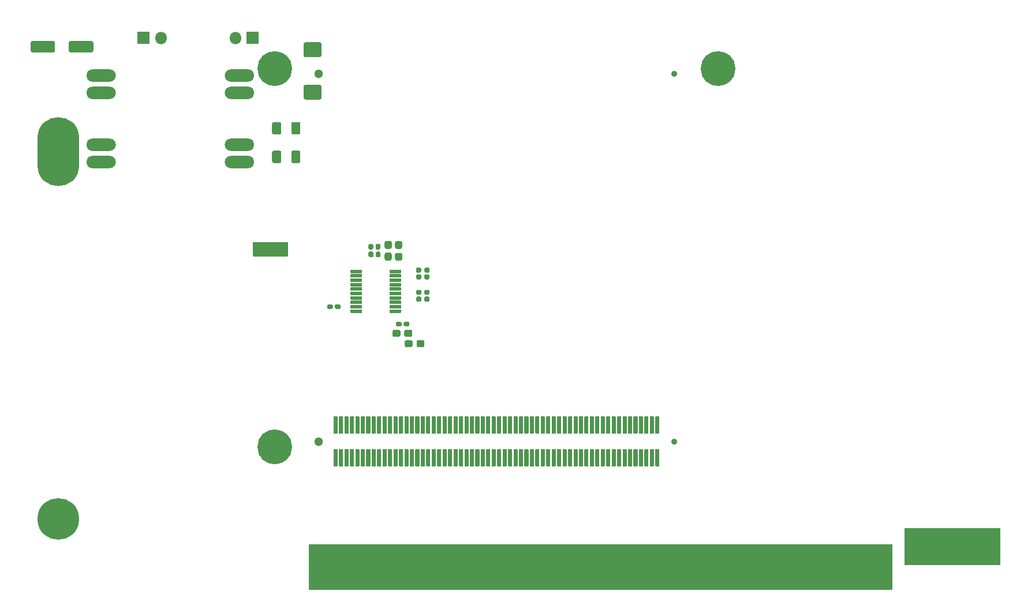
<source format=gts>
%TF.GenerationSoftware,KiCad,Pcbnew,(5.1.9)-1*%
%TF.CreationDate,2021-06-12T00:32:34+08:00*%
%TF.ProjectId,V1,56312e6b-6963-4616-945f-706362585858,rev?*%
%TF.SameCoordinates,Original*%
%TF.FileFunction,Soldermask,Top*%
%TF.FilePolarity,Negative*%
%FSLAX46Y46*%
G04 Gerber Fmt 4.6, Leading zero omitted, Abs format (unit mm)*
G04 Created by KiCad (PCBNEW (5.1.9)-1) date 2021-06-12 00:32:34*
%MOMM*%
%LPD*%
G01*
G04 APERTURE LIST*
%ADD10C,0.100000*%
%ADD11O,6.100000X10.100000*%
%ADD12C,6.100000*%
%ADD13C,1.300000*%
%ADD14C,0.900000*%
%ADD15C,5.100000*%
%ADD16O,1.800000X1.800000*%
%ADD17C,1.800000*%
%ADD18O,4.340000X1.800000*%
G04 APERTURE END LIST*
D10*
G36*
X233400000Y-125980000D02*
G01*
X233410000Y-125990000D01*
X233320000Y-126040000D01*
X233540000Y-125970000D01*
X233540000Y-131320000D01*
X219610000Y-131320000D01*
X219610000Y-125970000D01*
X233410000Y-125970000D01*
X233400000Y-125980000D01*
G37*
X233400000Y-125980000D02*
X233410000Y-125990000D01*
X233320000Y-126040000D01*
X233540000Y-125970000D01*
X233540000Y-131320000D01*
X219610000Y-131320000D01*
X219610000Y-125970000D01*
X233410000Y-125970000D01*
X233400000Y-125980000D01*
G36*
X217750000Y-135000000D02*
G01*
X132250000Y-135000000D01*
X132250000Y-128350000D01*
X217750000Y-128350000D01*
X217750000Y-135000000D01*
G37*
X217750000Y-135000000D02*
X132250000Y-135000000D01*
X132250000Y-128350000D01*
X217750000Y-128350000D01*
X217750000Y-135000000D01*
G36*
X127000000Y-86025000D02*
G01*
X126200000Y-86025000D01*
X126200000Y-84025000D01*
X127000000Y-84025000D01*
X127000000Y-86025000D01*
G37*
X127000000Y-86025000D02*
X126200000Y-86025000D01*
X126200000Y-84025000D01*
X127000000Y-84025000D01*
X127000000Y-86025000D01*
D11*
X95500000Y-70739000D03*
D12*
X95500000Y-124650001D03*
G36*
G01*
X183050000Y-112050000D02*
X183050000Y-109650000D01*
G75*
G02*
X183100000Y-109600000I50000J0D01*
G01*
X183600000Y-109600000D01*
G75*
G02*
X183650000Y-109650000I0J-50000D01*
G01*
X183650000Y-112050000D01*
G75*
G02*
X183600000Y-112100000I-50000J0D01*
G01*
X183100000Y-112100000D01*
G75*
G02*
X183050000Y-112050000I0J50000D01*
G01*
G37*
G36*
G01*
X182250000Y-112050000D02*
X182250000Y-109650000D01*
G75*
G02*
X182300000Y-109600000I50000J0D01*
G01*
X182800000Y-109600000D01*
G75*
G02*
X182850000Y-109650000I0J-50000D01*
G01*
X182850000Y-112050000D01*
G75*
G02*
X182800000Y-112100000I-50000J0D01*
G01*
X182300000Y-112100000D01*
G75*
G02*
X182250000Y-112050000I0J50000D01*
G01*
G37*
G36*
G01*
X181450000Y-112050000D02*
X181450000Y-109650000D01*
G75*
G02*
X181500000Y-109600000I50000J0D01*
G01*
X182000000Y-109600000D01*
G75*
G02*
X182050000Y-109650000I0J-50000D01*
G01*
X182050000Y-112050000D01*
G75*
G02*
X182000000Y-112100000I-50000J0D01*
G01*
X181500000Y-112100000D01*
G75*
G02*
X181450000Y-112050000I0J50000D01*
G01*
G37*
G36*
G01*
X180650000Y-112050000D02*
X180650000Y-109650000D01*
G75*
G02*
X180700000Y-109600000I50000J0D01*
G01*
X181200000Y-109600000D01*
G75*
G02*
X181250000Y-109650000I0J-50000D01*
G01*
X181250000Y-112050000D01*
G75*
G02*
X181200000Y-112100000I-50000J0D01*
G01*
X180700000Y-112100000D01*
G75*
G02*
X180650000Y-112050000I0J50000D01*
G01*
G37*
G36*
G01*
X179850000Y-112050000D02*
X179850000Y-109650000D01*
G75*
G02*
X179900000Y-109600000I50000J0D01*
G01*
X180400000Y-109600000D01*
G75*
G02*
X180450000Y-109650000I0J-50000D01*
G01*
X180450000Y-112050000D01*
G75*
G02*
X180400000Y-112100000I-50000J0D01*
G01*
X179900000Y-112100000D01*
G75*
G02*
X179850000Y-112050000I0J50000D01*
G01*
G37*
G36*
G01*
X179050000Y-112050000D02*
X179050000Y-109650000D01*
G75*
G02*
X179100000Y-109600000I50000J0D01*
G01*
X179600000Y-109600000D01*
G75*
G02*
X179650000Y-109650000I0J-50000D01*
G01*
X179650000Y-112050000D01*
G75*
G02*
X179600000Y-112100000I-50000J0D01*
G01*
X179100000Y-112100000D01*
G75*
G02*
X179050000Y-112050000I0J50000D01*
G01*
G37*
G36*
G01*
X178250000Y-112050000D02*
X178250000Y-109650000D01*
G75*
G02*
X178300000Y-109600000I50000J0D01*
G01*
X178800000Y-109600000D01*
G75*
G02*
X178850000Y-109650000I0J-50000D01*
G01*
X178850000Y-112050000D01*
G75*
G02*
X178800000Y-112100000I-50000J0D01*
G01*
X178300000Y-112100000D01*
G75*
G02*
X178250000Y-112050000I0J50000D01*
G01*
G37*
G36*
G01*
X177450000Y-112050000D02*
X177450000Y-109650000D01*
G75*
G02*
X177500000Y-109600000I50000J0D01*
G01*
X178000000Y-109600000D01*
G75*
G02*
X178050000Y-109650000I0J-50000D01*
G01*
X178050000Y-112050000D01*
G75*
G02*
X178000000Y-112100000I-50000J0D01*
G01*
X177500000Y-112100000D01*
G75*
G02*
X177450000Y-112050000I0J50000D01*
G01*
G37*
G36*
G01*
X176650000Y-112050000D02*
X176650000Y-109650000D01*
G75*
G02*
X176700000Y-109600000I50000J0D01*
G01*
X177200000Y-109600000D01*
G75*
G02*
X177250000Y-109650000I0J-50000D01*
G01*
X177250000Y-112050000D01*
G75*
G02*
X177200000Y-112100000I-50000J0D01*
G01*
X176700000Y-112100000D01*
G75*
G02*
X176650000Y-112050000I0J50000D01*
G01*
G37*
G36*
G01*
X175850000Y-112050000D02*
X175850000Y-109650000D01*
G75*
G02*
X175900000Y-109600000I50000J0D01*
G01*
X176400000Y-109600000D01*
G75*
G02*
X176450000Y-109650000I0J-50000D01*
G01*
X176450000Y-112050000D01*
G75*
G02*
X176400000Y-112100000I-50000J0D01*
G01*
X175900000Y-112100000D01*
G75*
G02*
X175850000Y-112050000I0J50000D01*
G01*
G37*
G36*
G01*
X175050000Y-112050000D02*
X175050000Y-109650000D01*
G75*
G02*
X175100000Y-109600000I50000J0D01*
G01*
X175600000Y-109600000D01*
G75*
G02*
X175650000Y-109650000I0J-50000D01*
G01*
X175650000Y-112050000D01*
G75*
G02*
X175600000Y-112100000I-50000J0D01*
G01*
X175100000Y-112100000D01*
G75*
G02*
X175050000Y-112050000I0J50000D01*
G01*
G37*
G36*
G01*
X174250000Y-112050000D02*
X174250000Y-109650000D01*
G75*
G02*
X174300000Y-109600000I50000J0D01*
G01*
X174800000Y-109600000D01*
G75*
G02*
X174850000Y-109650000I0J-50000D01*
G01*
X174850000Y-112050000D01*
G75*
G02*
X174800000Y-112100000I-50000J0D01*
G01*
X174300000Y-112100000D01*
G75*
G02*
X174250000Y-112050000I0J50000D01*
G01*
G37*
G36*
G01*
X173450000Y-112050000D02*
X173450000Y-109650000D01*
G75*
G02*
X173500000Y-109600000I50000J0D01*
G01*
X174000000Y-109600000D01*
G75*
G02*
X174050000Y-109650000I0J-50000D01*
G01*
X174050000Y-112050000D01*
G75*
G02*
X174000000Y-112100000I-50000J0D01*
G01*
X173500000Y-112100000D01*
G75*
G02*
X173450000Y-112050000I0J50000D01*
G01*
G37*
G36*
G01*
X172650000Y-112050000D02*
X172650000Y-109650000D01*
G75*
G02*
X172700000Y-109600000I50000J0D01*
G01*
X173200000Y-109600000D01*
G75*
G02*
X173250000Y-109650000I0J-50000D01*
G01*
X173250000Y-112050000D01*
G75*
G02*
X173200000Y-112100000I-50000J0D01*
G01*
X172700000Y-112100000D01*
G75*
G02*
X172650000Y-112050000I0J50000D01*
G01*
G37*
G36*
G01*
X171850000Y-112050000D02*
X171850000Y-109650000D01*
G75*
G02*
X171900000Y-109600000I50000J0D01*
G01*
X172400000Y-109600000D01*
G75*
G02*
X172450000Y-109650000I0J-50000D01*
G01*
X172450000Y-112050000D01*
G75*
G02*
X172400000Y-112100000I-50000J0D01*
G01*
X171900000Y-112100000D01*
G75*
G02*
X171850000Y-112050000I0J50000D01*
G01*
G37*
G36*
G01*
X171050000Y-112050000D02*
X171050000Y-109650000D01*
G75*
G02*
X171100000Y-109600000I50000J0D01*
G01*
X171600000Y-109600000D01*
G75*
G02*
X171650000Y-109650000I0J-50000D01*
G01*
X171650000Y-112050000D01*
G75*
G02*
X171600000Y-112100000I-50000J0D01*
G01*
X171100000Y-112100000D01*
G75*
G02*
X171050000Y-112050000I0J50000D01*
G01*
G37*
G36*
G01*
X170250000Y-112050000D02*
X170250000Y-109650000D01*
G75*
G02*
X170300000Y-109600000I50000J0D01*
G01*
X170800000Y-109600000D01*
G75*
G02*
X170850000Y-109650000I0J-50000D01*
G01*
X170850000Y-112050000D01*
G75*
G02*
X170800000Y-112100000I-50000J0D01*
G01*
X170300000Y-112100000D01*
G75*
G02*
X170250000Y-112050000I0J50000D01*
G01*
G37*
G36*
G01*
X169450000Y-112050000D02*
X169450000Y-109650000D01*
G75*
G02*
X169500000Y-109600000I50000J0D01*
G01*
X170000000Y-109600000D01*
G75*
G02*
X170050000Y-109650000I0J-50000D01*
G01*
X170050000Y-112050000D01*
G75*
G02*
X170000000Y-112100000I-50000J0D01*
G01*
X169500000Y-112100000D01*
G75*
G02*
X169450000Y-112050000I0J50000D01*
G01*
G37*
G36*
G01*
X168650000Y-112050000D02*
X168650000Y-109650000D01*
G75*
G02*
X168700000Y-109600000I50000J0D01*
G01*
X169200000Y-109600000D01*
G75*
G02*
X169250000Y-109650000I0J-50000D01*
G01*
X169250000Y-112050000D01*
G75*
G02*
X169200000Y-112100000I-50000J0D01*
G01*
X168700000Y-112100000D01*
G75*
G02*
X168650000Y-112050000I0J50000D01*
G01*
G37*
G36*
G01*
X167850000Y-112050000D02*
X167850000Y-109650000D01*
G75*
G02*
X167900000Y-109600000I50000J0D01*
G01*
X168400000Y-109600000D01*
G75*
G02*
X168450000Y-109650000I0J-50000D01*
G01*
X168450000Y-112050000D01*
G75*
G02*
X168400000Y-112100000I-50000J0D01*
G01*
X167900000Y-112100000D01*
G75*
G02*
X167850000Y-112050000I0J50000D01*
G01*
G37*
G36*
G01*
X167050000Y-112050000D02*
X167050000Y-109650000D01*
G75*
G02*
X167100000Y-109600000I50000J0D01*
G01*
X167600000Y-109600000D01*
G75*
G02*
X167650000Y-109650000I0J-50000D01*
G01*
X167650000Y-112050000D01*
G75*
G02*
X167600000Y-112100000I-50000J0D01*
G01*
X167100000Y-112100000D01*
G75*
G02*
X167050000Y-112050000I0J50000D01*
G01*
G37*
G36*
G01*
X166250000Y-112050000D02*
X166250000Y-109650000D01*
G75*
G02*
X166300000Y-109600000I50000J0D01*
G01*
X166800000Y-109600000D01*
G75*
G02*
X166850000Y-109650000I0J-50000D01*
G01*
X166850000Y-112050000D01*
G75*
G02*
X166800000Y-112100000I-50000J0D01*
G01*
X166300000Y-112100000D01*
G75*
G02*
X166250000Y-112050000I0J50000D01*
G01*
G37*
G36*
G01*
X165450000Y-112050000D02*
X165450000Y-109650000D01*
G75*
G02*
X165500000Y-109600000I50000J0D01*
G01*
X166000000Y-109600000D01*
G75*
G02*
X166050000Y-109650000I0J-50000D01*
G01*
X166050000Y-112050000D01*
G75*
G02*
X166000000Y-112100000I-50000J0D01*
G01*
X165500000Y-112100000D01*
G75*
G02*
X165450000Y-112050000I0J50000D01*
G01*
G37*
G36*
G01*
X164650000Y-112050000D02*
X164650000Y-109650000D01*
G75*
G02*
X164700000Y-109600000I50000J0D01*
G01*
X165200000Y-109600000D01*
G75*
G02*
X165250000Y-109650000I0J-50000D01*
G01*
X165250000Y-112050000D01*
G75*
G02*
X165200000Y-112100000I-50000J0D01*
G01*
X164700000Y-112100000D01*
G75*
G02*
X164650000Y-112050000I0J50000D01*
G01*
G37*
G36*
G01*
X163850000Y-112050000D02*
X163850000Y-109650000D01*
G75*
G02*
X163900000Y-109600000I50000J0D01*
G01*
X164400000Y-109600000D01*
G75*
G02*
X164450000Y-109650000I0J-50000D01*
G01*
X164450000Y-112050000D01*
G75*
G02*
X164400000Y-112100000I-50000J0D01*
G01*
X163900000Y-112100000D01*
G75*
G02*
X163850000Y-112050000I0J50000D01*
G01*
G37*
G36*
G01*
X163050000Y-112050000D02*
X163050000Y-109650000D01*
G75*
G02*
X163100000Y-109600000I50000J0D01*
G01*
X163600000Y-109600000D01*
G75*
G02*
X163650000Y-109650000I0J-50000D01*
G01*
X163650000Y-112050000D01*
G75*
G02*
X163600000Y-112100000I-50000J0D01*
G01*
X163100000Y-112100000D01*
G75*
G02*
X163050000Y-112050000I0J50000D01*
G01*
G37*
G36*
G01*
X162250000Y-112050000D02*
X162250000Y-109650000D01*
G75*
G02*
X162300000Y-109600000I50000J0D01*
G01*
X162800000Y-109600000D01*
G75*
G02*
X162850000Y-109650000I0J-50000D01*
G01*
X162850000Y-112050000D01*
G75*
G02*
X162800000Y-112100000I-50000J0D01*
G01*
X162300000Y-112100000D01*
G75*
G02*
X162250000Y-112050000I0J50000D01*
G01*
G37*
G36*
G01*
X161450000Y-112050000D02*
X161450000Y-109650000D01*
G75*
G02*
X161500000Y-109600000I50000J0D01*
G01*
X162000000Y-109600000D01*
G75*
G02*
X162050000Y-109650000I0J-50000D01*
G01*
X162050000Y-112050000D01*
G75*
G02*
X162000000Y-112100000I-50000J0D01*
G01*
X161500000Y-112100000D01*
G75*
G02*
X161450000Y-112050000I0J50000D01*
G01*
G37*
G36*
G01*
X160650000Y-112050000D02*
X160650000Y-109650000D01*
G75*
G02*
X160700000Y-109600000I50000J0D01*
G01*
X161200000Y-109600000D01*
G75*
G02*
X161250000Y-109650000I0J-50000D01*
G01*
X161250000Y-112050000D01*
G75*
G02*
X161200000Y-112100000I-50000J0D01*
G01*
X160700000Y-112100000D01*
G75*
G02*
X160650000Y-112050000I0J50000D01*
G01*
G37*
G36*
G01*
X159850000Y-112050000D02*
X159850000Y-109650000D01*
G75*
G02*
X159900000Y-109600000I50000J0D01*
G01*
X160400000Y-109600000D01*
G75*
G02*
X160450000Y-109650000I0J-50000D01*
G01*
X160450000Y-112050000D01*
G75*
G02*
X160400000Y-112100000I-50000J0D01*
G01*
X159900000Y-112100000D01*
G75*
G02*
X159850000Y-112050000I0J50000D01*
G01*
G37*
G36*
G01*
X159050000Y-112050000D02*
X159050000Y-109650000D01*
G75*
G02*
X159100000Y-109600000I50000J0D01*
G01*
X159600000Y-109600000D01*
G75*
G02*
X159650000Y-109650000I0J-50000D01*
G01*
X159650000Y-112050000D01*
G75*
G02*
X159600000Y-112100000I-50000J0D01*
G01*
X159100000Y-112100000D01*
G75*
G02*
X159050000Y-112050000I0J50000D01*
G01*
G37*
G36*
G01*
X158250000Y-112050000D02*
X158250000Y-109650000D01*
G75*
G02*
X158300000Y-109600000I50000J0D01*
G01*
X158800000Y-109600000D01*
G75*
G02*
X158850000Y-109650000I0J-50000D01*
G01*
X158850000Y-112050000D01*
G75*
G02*
X158800000Y-112100000I-50000J0D01*
G01*
X158300000Y-112100000D01*
G75*
G02*
X158250000Y-112050000I0J50000D01*
G01*
G37*
G36*
G01*
X157450000Y-112050000D02*
X157450000Y-109650000D01*
G75*
G02*
X157500000Y-109600000I50000J0D01*
G01*
X158000000Y-109600000D01*
G75*
G02*
X158050000Y-109650000I0J-50000D01*
G01*
X158050000Y-112050000D01*
G75*
G02*
X158000000Y-112100000I-50000J0D01*
G01*
X157500000Y-112100000D01*
G75*
G02*
X157450000Y-112050000I0J50000D01*
G01*
G37*
G36*
G01*
X156650000Y-112050000D02*
X156650000Y-109650000D01*
G75*
G02*
X156700000Y-109600000I50000J0D01*
G01*
X157200000Y-109600000D01*
G75*
G02*
X157250000Y-109650000I0J-50000D01*
G01*
X157250000Y-112050000D01*
G75*
G02*
X157200000Y-112100000I-50000J0D01*
G01*
X156700000Y-112100000D01*
G75*
G02*
X156650000Y-112050000I0J50000D01*
G01*
G37*
G36*
G01*
X155850000Y-112050000D02*
X155850000Y-109650000D01*
G75*
G02*
X155900000Y-109600000I50000J0D01*
G01*
X156400000Y-109600000D01*
G75*
G02*
X156450000Y-109650000I0J-50000D01*
G01*
X156450000Y-112050000D01*
G75*
G02*
X156400000Y-112100000I-50000J0D01*
G01*
X155900000Y-112100000D01*
G75*
G02*
X155850000Y-112050000I0J50000D01*
G01*
G37*
G36*
G01*
X155050000Y-112050000D02*
X155050000Y-109650000D01*
G75*
G02*
X155100000Y-109600000I50000J0D01*
G01*
X155600000Y-109600000D01*
G75*
G02*
X155650000Y-109650000I0J-50000D01*
G01*
X155650000Y-112050000D01*
G75*
G02*
X155600000Y-112100000I-50000J0D01*
G01*
X155100000Y-112100000D01*
G75*
G02*
X155050000Y-112050000I0J50000D01*
G01*
G37*
G36*
G01*
X154250000Y-112050000D02*
X154250000Y-109650000D01*
G75*
G02*
X154300000Y-109600000I50000J0D01*
G01*
X154800000Y-109600000D01*
G75*
G02*
X154850000Y-109650000I0J-50000D01*
G01*
X154850000Y-112050000D01*
G75*
G02*
X154800000Y-112100000I-50000J0D01*
G01*
X154300000Y-112100000D01*
G75*
G02*
X154250000Y-112050000I0J50000D01*
G01*
G37*
G36*
G01*
X153450000Y-112050000D02*
X153450000Y-109650000D01*
G75*
G02*
X153500000Y-109600000I50000J0D01*
G01*
X154000000Y-109600000D01*
G75*
G02*
X154050000Y-109650000I0J-50000D01*
G01*
X154050000Y-112050000D01*
G75*
G02*
X154000000Y-112100000I-50000J0D01*
G01*
X153500000Y-112100000D01*
G75*
G02*
X153450000Y-112050000I0J50000D01*
G01*
G37*
G36*
G01*
X152650000Y-112050000D02*
X152650000Y-109650000D01*
G75*
G02*
X152700000Y-109600000I50000J0D01*
G01*
X153200000Y-109600000D01*
G75*
G02*
X153250000Y-109650000I0J-50000D01*
G01*
X153250000Y-112050000D01*
G75*
G02*
X153200000Y-112100000I-50000J0D01*
G01*
X152700000Y-112100000D01*
G75*
G02*
X152650000Y-112050000I0J50000D01*
G01*
G37*
G36*
G01*
X151850000Y-112050000D02*
X151850000Y-109650000D01*
G75*
G02*
X151900000Y-109600000I50000J0D01*
G01*
X152400000Y-109600000D01*
G75*
G02*
X152450000Y-109650000I0J-50000D01*
G01*
X152450000Y-112050000D01*
G75*
G02*
X152400000Y-112100000I-50000J0D01*
G01*
X151900000Y-112100000D01*
G75*
G02*
X151850000Y-112050000I0J50000D01*
G01*
G37*
G36*
G01*
X151050000Y-112050000D02*
X151050000Y-109650000D01*
G75*
G02*
X151100000Y-109600000I50000J0D01*
G01*
X151600000Y-109600000D01*
G75*
G02*
X151650000Y-109650000I0J-50000D01*
G01*
X151650000Y-112050000D01*
G75*
G02*
X151600000Y-112100000I-50000J0D01*
G01*
X151100000Y-112100000D01*
G75*
G02*
X151050000Y-112050000I0J50000D01*
G01*
G37*
G36*
G01*
X150250000Y-112050000D02*
X150250000Y-109650000D01*
G75*
G02*
X150300000Y-109600000I50000J0D01*
G01*
X150800000Y-109600000D01*
G75*
G02*
X150850000Y-109650000I0J-50000D01*
G01*
X150850000Y-112050000D01*
G75*
G02*
X150800000Y-112100000I-50000J0D01*
G01*
X150300000Y-112100000D01*
G75*
G02*
X150250000Y-112050000I0J50000D01*
G01*
G37*
G36*
G01*
X149450000Y-112050000D02*
X149450000Y-109650000D01*
G75*
G02*
X149500000Y-109600000I50000J0D01*
G01*
X150000000Y-109600000D01*
G75*
G02*
X150050000Y-109650000I0J-50000D01*
G01*
X150050000Y-112050000D01*
G75*
G02*
X150000000Y-112100000I-50000J0D01*
G01*
X149500000Y-112100000D01*
G75*
G02*
X149450000Y-112050000I0J50000D01*
G01*
G37*
G36*
G01*
X148650000Y-112050000D02*
X148650000Y-109650000D01*
G75*
G02*
X148700000Y-109600000I50000J0D01*
G01*
X149200000Y-109600000D01*
G75*
G02*
X149250000Y-109650000I0J-50000D01*
G01*
X149250000Y-112050000D01*
G75*
G02*
X149200000Y-112100000I-50000J0D01*
G01*
X148700000Y-112100000D01*
G75*
G02*
X148650000Y-112050000I0J50000D01*
G01*
G37*
G36*
G01*
X147850000Y-112050000D02*
X147850000Y-109650000D01*
G75*
G02*
X147900000Y-109600000I50000J0D01*
G01*
X148400000Y-109600000D01*
G75*
G02*
X148450000Y-109650000I0J-50000D01*
G01*
X148450000Y-112050000D01*
G75*
G02*
X148400000Y-112100000I-50000J0D01*
G01*
X147900000Y-112100000D01*
G75*
G02*
X147850000Y-112050000I0J50000D01*
G01*
G37*
G36*
G01*
X147050000Y-112050000D02*
X147050000Y-109650000D01*
G75*
G02*
X147100000Y-109600000I50000J0D01*
G01*
X147600000Y-109600000D01*
G75*
G02*
X147650000Y-109650000I0J-50000D01*
G01*
X147650000Y-112050000D01*
G75*
G02*
X147600000Y-112100000I-50000J0D01*
G01*
X147100000Y-112100000D01*
G75*
G02*
X147050000Y-112050000I0J50000D01*
G01*
G37*
G36*
G01*
X146250000Y-112050000D02*
X146250000Y-109650000D01*
G75*
G02*
X146300000Y-109600000I50000J0D01*
G01*
X146800000Y-109600000D01*
G75*
G02*
X146850000Y-109650000I0J-50000D01*
G01*
X146850000Y-112050000D01*
G75*
G02*
X146800000Y-112100000I-50000J0D01*
G01*
X146300000Y-112100000D01*
G75*
G02*
X146250000Y-112050000I0J50000D01*
G01*
G37*
G36*
G01*
X145450000Y-112050000D02*
X145450000Y-109650000D01*
G75*
G02*
X145500000Y-109600000I50000J0D01*
G01*
X146000000Y-109600000D01*
G75*
G02*
X146050000Y-109650000I0J-50000D01*
G01*
X146050000Y-112050000D01*
G75*
G02*
X146000000Y-112100000I-50000J0D01*
G01*
X145500000Y-112100000D01*
G75*
G02*
X145450000Y-112050000I0J50000D01*
G01*
G37*
G36*
G01*
X144650000Y-112050000D02*
X144650000Y-109650000D01*
G75*
G02*
X144700000Y-109600000I50000J0D01*
G01*
X145200000Y-109600000D01*
G75*
G02*
X145250000Y-109650000I0J-50000D01*
G01*
X145250000Y-112050000D01*
G75*
G02*
X145200000Y-112100000I-50000J0D01*
G01*
X144700000Y-112100000D01*
G75*
G02*
X144650000Y-112050000I0J50000D01*
G01*
G37*
G36*
G01*
X143850000Y-112050000D02*
X143850000Y-109650000D01*
G75*
G02*
X143900000Y-109600000I50000J0D01*
G01*
X144400000Y-109600000D01*
G75*
G02*
X144450000Y-109650000I0J-50000D01*
G01*
X144450000Y-112050000D01*
G75*
G02*
X144400000Y-112100000I-50000J0D01*
G01*
X143900000Y-112100000D01*
G75*
G02*
X143850000Y-112050000I0J50000D01*
G01*
G37*
G36*
G01*
X143050000Y-112050000D02*
X143050000Y-109650000D01*
G75*
G02*
X143100000Y-109600000I50000J0D01*
G01*
X143600000Y-109600000D01*
G75*
G02*
X143650000Y-109650000I0J-50000D01*
G01*
X143650000Y-112050000D01*
G75*
G02*
X143600000Y-112100000I-50000J0D01*
G01*
X143100000Y-112100000D01*
G75*
G02*
X143050000Y-112050000I0J50000D01*
G01*
G37*
G36*
G01*
X142250000Y-112050000D02*
X142250000Y-109650000D01*
G75*
G02*
X142300000Y-109600000I50000J0D01*
G01*
X142800000Y-109600000D01*
G75*
G02*
X142850000Y-109650000I0J-50000D01*
G01*
X142850000Y-112050000D01*
G75*
G02*
X142800000Y-112100000I-50000J0D01*
G01*
X142300000Y-112100000D01*
G75*
G02*
X142250000Y-112050000I0J50000D01*
G01*
G37*
G36*
G01*
X141450000Y-112050000D02*
X141450000Y-109650000D01*
G75*
G02*
X141500000Y-109600000I50000J0D01*
G01*
X142000000Y-109600000D01*
G75*
G02*
X142050000Y-109650000I0J-50000D01*
G01*
X142050000Y-112050000D01*
G75*
G02*
X142000000Y-112100000I-50000J0D01*
G01*
X141500000Y-112100000D01*
G75*
G02*
X141450000Y-112050000I0J50000D01*
G01*
G37*
G36*
G01*
X140650000Y-112050000D02*
X140650000Y-109650000D01*
G75*
G02*
X140700000Y-109600000I50000J0D01*
G01*
X141200000Y-109600000D01*
G75*
G02*
X141250000Y-109650000I0J-50000D01*
G01*
X141250000Y-112050000D01*
G75*
G02*
X141200000Y-112100000I-50000J0D01*
G01*
X140700000Y-112100000D01*
G75*
G02*
X140650000Y-112050000I0J50000D01*
G01*
G37*
G36*
G01*
X139850000Y-112050000D02*
X139850000Y-109650000D01*
G75*
G02*
X139900000Y-109600000I50000J0D01*
G01*
X140400000Y-109600000D01*
G75*
G02*
X140450000Y-109650000I0J-50000D01*
G01*
X140450000Y-112050000D01*
G75*
G02*
X140400000Y-112100000I-50000J0D01*
G01*
X139900000Y-112100000D01*
G75*
G02*
X139850000Y-112050000I0J50000D01*
G01*
G37*
G36*
G01*
X139050000Y-112050000D02*
X139050000Y-109650000D01*
G75*
G02*
X139100000Y-109600000I50000J0D01*
G01*
X139600000Y-109600000D01*
G75*
G02*
X139650000Y-109650000I0J-50000D01*
G01*
X139650000Y-112050000D01*
G75*
G02*
X139600000Y-112100000I-50000J0D01*
G01*
X139100000Y-112100000D01*
G75*
G02*
X139050000Y-112050000I0J50000D01*
G01*
G37*
G36*
G01*
X138250000Y-112050000D02*
X138250000Y-109650000D01*
G75*
G02*
X138300000Y-109600000I50000J0D01*
G01*
X138800000Y-109600000D01*
G75*
G02*
X138850000Y-109650000I0J-50000D01*
G01*
X138850000Y-112050000D01*
G75*
G02*
X138800000Y-112100000I-50000J0D01*
G01*
X138300000Y-112100000D01*
G75*
G02*
X138250000Y-112050000I0J50000D01*
G01*
G37*
G36*
G01*
X137450000Y-112050000D02*
X137450000Y-109650000D01*
G75*
G02*
X137500000Y-109600000I50000J0D01*
G01*
X138000000Y-109600000D01*
G75*
G02*
X138050000Y-109650000I0J-50000D01*
G01*
X138050000Y-112050000D01*
G75*
G02*
X138000000Y-112100000I-50000J0D01*
G01*
X137500000Y-112100000D01*
G75*
G02*
X137450000Y-112050000I0J50000D01*
G01*
G37*
G36*
G01*
X136650000Y-112050000D02*
X136650000Y-109650000D01*
G75*
G02*
X136700000Y-109600000I50000J0D01*
G01*
X137200000Y-109600000D01*
G75*
G02*
X137250000Y-109650000I0J-50000D01*
G01*
X137250000Y-112050000D01*
G75*
G02*
X137200000Y-112100000I-50000J0D01*
G01*
X136700000Y-112100000D01*
G75*
G02*
X136650000Y-112050000I0J50000D01*
G01*
G37*
G36*
G01*
X135850000Y-112050000D02*
X135850000Y-109650000D01*
G75*
G02*
X135900000Y-109600000I50000J0D01*
G01*
X136400000Y-109600000D01*
G75*
G02*
X136450000Y-109650000I0J-50000D01*
G01*
X136450000Y-112050000D01*
G75*
G02*
X136400000Y-112100000I-50000J0D01*
G01*
X135900000Y-112100000D01*
G75*
G02*
X135850000Y-112050000I0J50000D01*
G01*
G37*
G36*
G01*
X183050000Y-116850000D02*
X183050000Y-114450000D01*
G75*
G02*
X183100000Y-114400000I50000J0D01*
G01*
X183600000Y-114400000D01*
G75*
G02*
X183650000Y-114450000I0J-50000D01*
G01*
X183650000Y-116850000D01*
G75*
G02*
X183600000Y-116900000I-50000J0D01*
G01*
X183100000Y-116900000D01*
G75*
G02*
X183050000Y-116850000I0J50000D01*
G01*
G37*
G36*
G01*
X182250000Y-116850000D02*
X182250000Y-114450000D01*
G75*
G02*
X182300000Y-114400000I50000J0D01*
G01*
X182800000Y-114400000D01*
G75*
G02*
X182850000Y-114450000I0J-50000D01*
G01*
X182850000Y-116850000D01*
G75*
G02*
X182800000Y-116900000I-50000J0D01*
G01*
X182300000Y-116900000D01*
G75*
G02*
X182250000Y-116850000I0J50000D01*
G01*
G37*
G36*
G01*
X181450000Y-116850000D02*
X181450000Y-114450000D01*
G75*
G02*
X181500000Y-114400000I50000J0D01*
G01*
X182000000Y-114400000D01*
G75*
G02*
X182050000Y-114450000I0J-50000D01*
G01*
X182050000Y-116850000D01*
G75*
G02*
X182000000Y-116900000I-50000J0D01*
G01*
X181500000Y-116900000D01*
G75*
G02*
X181450000Y-116850000I0J50000D01*
G01*
G37*
G36*
G01*
X180650000Y-116850000D02*
X180650000Y-114450000D01*
G75*
G02*
X180700000Y-114400000I50000J0D01*
G01*
X181200000Y-114400000D01*
G75*
G02*
X181250000Y-114450000I0J-50000D01*
G01*
X181250000Y-116850000D01*
G75*
G02*
X181200000Y-116900000I-50000J0D01*
G01*
X180700000Y-116900000D01*
G75*
G02*
X180650000Y-116850000I0J50000D01*
G01*
G37*
G36*
G01*
X179850000Y-116850000D02*
X179850000Y-114450000D01*
G75*
G02*
X179900000Y-114400000I50000J0D01*
G01*
X180400000Y-114400000D01*
G75*
G02*
X180450000Y-114450000I0J-50000D01*
G01*
X180450000Y-116850000D01*
G75*
G02*
X180400000Y-116900000I-50000J0D01*
G01*
X179900000Y-116900000D01*
G75*
G02*
X179850000Y-116850000I0J50000D01*
G01*
G37*
G36*
G01*
X179050000Y-116850000D02*
X179050000Y-114450000D01*
G75*
G02*
X179100000Y-114400000I50000J0D01*
G01*
X179600000Y-114400000D01*
G75*
G02*
X179650000Y-114450000I0J-50000D01*
G01*
X179650000Y-116850000D01*
G75*
G02*
X179600000Y-116900000I-50000J0D01*
G01*
X179100000Y-116900000D01*
G75*
G02*
X179050000Y-116850000I0J50000D01*
G01*
G37*
G36*
G01*
X178250000Y-116850000D02*
X178250000Y-114450000D01*
G75*
G02*
X178300000Y-114400000I50000J0D01*
G01*
X178800000Y-114400000D01*
G75*
G02*
X178850000Y-114450000I0J-50000D01*
G01*
X178850000Y-116850000D01*
G75*
G02*
X178800000Y-116900000I-50000J0D01*
G01*
X178300000Y-116900000D01*
G75*
G02*
X178250000Y-116850000I0J50000D01*
G01*
G37*
G36*
G01*
X177450000Y-116850000D02*
X177450000Y-114450000D01*
G75*
G02*
X177500000Y-114400000I50000J0D01*
G01*
X178000000Y-114400000D01*
G75*
G02*
X178050000Y-114450000I0J-50000D01*
G01*
X178050000Y-116850000D01*
G75*
G02*
X178000000Y-116900000I-50000J0D01*
G01*
X177500000Y-116900000D01*
G75*
G02*
X177450000Y-116850000I0J50000D01*
G01*
G37*
G36*
G01*
X176650000Y-116850000D02*
X176650000Y-114450000D01*
G75*
G02*
X176700000Y-114400000I50000J0D01*
G01*
X177200000Y-114400000D01*
G75*
G02*
X177250000Y-114450000I0J-50000D01*
G01*
X177250000Y-116850000D01*
G75*
G02*
X177200000Y-116900000I-50000J0D01*
G01*
X176700000Y-116900000D01*
G75*
G02*
X176650000Y-116850000I0J50000D01*
G01*
G37*
G36*
G01*
X175850000Y-116850000D02*
X175850000Y-114450000D01*
G75*
G02*
X175900000Y-114400000I50000J0D01*
G01*
X176400000Y-114400000D01*
G75*
G02*
X176450000Y-114450000I0J-50000D01*
G01*
X176450000Y-116850000D01*
G75*
G02*
X176400000Y-116900000I-50000J0D01*
G01*
X175900000Y-116900000D01*
G75*
G02*
X175850000Y-116850000I0J50000D01*
G01*
G37*
G36*
G01*
X175050000Y-116850000D02*
X175050000Y-114450000D01*
G75*
G02*
X175100000Y-114400000I50000J0D01*
G01*
X175600000Y-114400000D01*
G75*
G02*
X175650000Y-114450000I0J-50000D01*
G01*
X175650000Y-116850000D01*
G75*
G02*
X175600000Y-116900000I-50000J0D01*
G01*
X175100000Y-116900000D01*
G75*
G02*
X175050000Y-116850000I0J50000D01*
G01*
G37*
G36*
G01*
X174250000Y-116850000D02*
X174250000Y-114450000D01*
G75*
G02*
X174300000Y-114400000I50000J0D01*
G01*
X174800000Y-114400000D01*
G75*
G02*
X174850000Y-114450000I0J-50000D01*
G01*
X174850000Y-116850000D01*
G75*
G02*
X174800000Y-116900000I-50000J0D01*
G01*
X174300000Y-116900000D01*
G75*
G02*
X174250000Y-116850000I0J50000D01*
G01*
G37*
G36*
G01*
X173450000Y-116850000D02*
X173450000Y-114450000D01*
G75*
G02*
X173500000Y-114400000I50000J0D01*
G01*
X174000000Y-114400000D01*
G75*
G02*
X174050000Y-114450000I0J-50000D01*
G01*
X174050000Y-116850000D01*
G75*
G02*
X174000000Y-116900000I-50000J0D01*
G01*
X173500000Y-116900000D01*
G75*
G02*
X173450000Y-116850000I0J50000D01*
G01*
G37*
G36*
G01*
X172650000Y-116850000D02*
X172650000Y-114450000D01*
G75*
G02*
X172700000Y-114400000I50000J0D01*
G01*
X173200000Y-114400000D01*
G75*
G02*
X173250000Y-114450000I0J-50000D01*
G01*
X173250000Y-116850000D01*
G75*
G02*
X173200000Y-116900000I-50000J0D01*
G01*
X172700000Y-116900000D01*
G75*
G02*
X172650000Y-116850000I0J50000D01*
G01*
G37*
G36*
G01*
X171850000Y-116850000D02*
X171850000Y-114450000D01*
G75*
G02*
X171900000Y-114400000I50000J0D01*
G01*
X172400000Y-114400000D01*
G75*
G02*
X172450000Y-114450000I0J-50000D01*
G01*
X172450000Y-116850000D01*
G75*
G02*
X172400000Y-116900000I-50000J0D01*
G01*
X171900000Y-116900000D01*
G75*
G02*
X171850000Y-116850000I0J50000D01*
G01*
G37*
G36*
G01*
X171050000Y-116850000D02*
X171050000Y-114450000D01*
G75*
G02*
X171100000Y-114400000I50000J0D01*
G01*
X171600000Y-114400000D01*
G75*
G02*
X171650000Y-114450000I0J-50000D01*
G01*
X171650000Y-116850000D01*
G75*
G02*
X171600000Y-116900000I-50000J0D01*
G01*
X171100000Y-116900000D01*
G75*
G02*
X171050000Y-116850000I0J50000D01*
G01*
G37*
G36*
G01*
X170250000Y-116850000D02*
X170250000Y-114450000D01*
G75*
G02*
X170300000Y-114400000I50000J0D01*
G01*
X170800000Y-114400000D01*
G75*
G02*
X170850000Y-114450000I0J-50000D01*
G01*
X170850000Y-116850000D01*
G75*
G02*
X170800000Y-116900000I-50000J0D01*
G01*
X170300000Y-116900000D01*
G75*
G02*
X170250000Y-116850000I0J50000D01*
G01*
G37*
G36*
G01*
X169450000Y-116850000D02*
X169450000Y-114450000D01*
G75*
G02*
X169500000Y-114400000I50000J0D01*
G01*
X170000000Y-114400000D01*
G75*
G02*
X170050000Y-114450000I0J-50000D01*
G01*
X170050000Y-116850000D01*
G75*
G02*
X170000000Y-116900000I-50000J0D01*
G01*
X169500000Y-116900000D01*
G75*
G02*
X169450000Y-116850000I0J50000D01*
G01*
G37*
G36*
G01*
X168650000Y-116850000D02*
X168650000Y-114450000D01*
G75*
G02*
X168700000Y-114400000I50000J0D01*
G01*
X169200000Y-114400000D01*
G75*
G02*
X169250000Y-114450000I0J-50000D01*
G01*
X169250000Y-116850000D01*
G75*
G02*
X169200000Y-116900000I-50000J0D01*
G01*
X168700000Y-116900000D01*
G75*
G02*
X168650000Y-116850000I0J50000D01*
G01*
G37*
G36*
G01*
X167850000Y-116850000D02*
X167850000Y-114450000D01*
G75*
G02*
X167900000Y-114400000I50000J0D01*
G01*
X168400000Y-114400000D01*
G75*
G02*
X168450000Y-114450000I0J-50000D01*
G01*
X168450000Y-116850000D01*
G75*
G02*
X168400000Y-116900000I-50000J0D01*
G01*
X167900000Y-116900000D01*
G75*
G02*
X167850000Y-116850000I0J50000D01*
G01*
G37*
G36*
G01*
X167050000Y-116850000D02*
X167050000Y-114450000D01*
G75*
G02*
X167100000Y-114400000I50000J0D01*
G01*
X167600000Y-114400000D01*
G75*
G02*
X167650000Y-114450000I0J-50000D01*
G01*
X167650000Y-116850000D01*
G75*
G02*
X167600000Y-116900000I-50000J0D01*
G01*
X167100000Y-116900000D01*
G75*
G02*
X167050000Y-116850000I0J50000D01*
G01*
G37*
G36*
G01*
X166250000Y-116850000D02*
X166250000Y-114450000D01*
G75*
G02*
X166300000Y-114400000I50000J0D01*
G01*
X166800000Y-114400000D01*
G75*
G02*
X166850000Y-114450000I0J-50000D01*
G01*
X166850000Y-116850000D01*
G75*
G02*
X166800000Y-116900000I-50000J0D01*
G01*
X166300000Y-116900000D01*
G75*
G02*
X166250000Y-116850000I0J50000D01*
G01*
G37*
G36*
G01*
X165450000Y-116850000D02*
X165450000Y-114450000D01*
G75*
G02*
X165500000Y-114400000I50000J0D01*
G01*
X166000000Y-114400000D01*
G75*
G02*
X166050000Y-114450000I0J-50000D01*
G01*
X166050000Y-116850000D01*
G75*
G02*
X166000000Y-116900000I-50000J0D01*
G01*
X165500000Y-116900000D01*
G75*
G02*
X165450000Y-116850000I0J50000D01*
G01*
G37*
G36*
G01*
X164650000Y-116850000D02*
X164650000Y-114450000D01*
G75*
G02*
X164700000Y-114400000I50000J0D01*
G01*
X165200000Y-114400000D01*
G75*
G02*
X165250000Y-114450000I0J-50000D01*
G01*
X165250000Y-116850000D01*
G75*
G02*
X165200000Y-116900000I-50000J0D01*
G01*
X164700000Y-116900000D01*
G75*
G02*
X164650000Y-116850000I0J50000D01*
G01*
G37*
G36*
G01*
X163850000Y-116850000D02*
X163850000Y-114450000D01*
G75*
G02*
X163900000Y-114400000I50000J0D01*
G01*
X164400000Y-114400000D01*
G75*
G02*
X164450000Y-114450000I0J-50000D01*
G01*
X164450000Y-116850000D01*
G75*
G02*
X164400000Y-116900000I-50000J0D01*
G01*
X163900000Y-116900000D01*
G75*
G02*
X163850000Y-116850000I0J50000D01*
G01*
G37*
G36*
G01*
X163050000Y-116850000D02*
X163050000Y-114450000D01*
G75*
G02*
X163100000Y-114400000I50000J0D01*
G01*
X163600000Y-114400000D01*
G75*
G02*
X163650000Y-114450000I0J-50000D01*
G01*
X163650000Y-116850000D01*
G75*
G02*
X163600000Y-116900000I-50000J0D01*
G01*
X163100000Y-116900000D01*
G75*
G02*
X163050000Y-116850000I0J50000D01*
G01*
G37*
G36*
G01*
X162250000Y-116850000D02*
X162250000Y-114450000D01*
G75*
G02*
X162300000Y-114400000I50000J0D01*
G01*
X162800000Y-114400000D01*
G75*
G02*
X162850000Y-114450000I0J-50000D01*
G01*
X162850000Y-116850000D01*
G75*
G02*
X162800000Y-116900000I-50000J0D01*
G01*
X162300000Y-116900000D01*
G75*
G02*
X162250000Y-116850000I0J50000D01*
G01*
G37*
G36*
G01*
X161450000Y-116850000D02*
X161450000Y-114450000D01*
G75*
G02*
X161500000Y-114400000I50000J0D01*
G01*
X162000000Y-114400000D01*
G75*
G02*
X162050000Y-114450000I0J-50000D01*
G01*
X162050000Y-116850000D01*
G75*
G02*
X162000000Y-116900000I-50000J0D01*
G01*
X161500000Y-116900000D01*
G75*
G02*
X161450000Y-116850000I0J50000D01*
G01*
G37*
G36*
G01*
X160650000Y-116850000D02*
X160650000Y-114450000D01*
G75*
G02*
X160700000Y-114400000I50000J0D01*
G01*
X161200000Y-114400000D01*
G75*
G02*
X161250000Y-114450000I0J-50000D01*
G01*
X161250000Y-116850000D01*
G75*
G02*
X161200000Y-116900000I-50000J0D01*
G01*
X160700000Y-116900000D01*
G75*
G02*
X160650000Y-116850000I0J50000D01*
G01*
G37*
G36*
G01*
X159850000Y-116850000D02*
X159850000Y-114450000D01*
G75*
G02*
X159900000Y-114400000I50000J0D01*
G01*
X160400000Y-114400000D01*
G75*
G02*
X160450000Y-114450000I0J-50000D01*
G01*
X160450000Y-116850000D01*
G75*
G02*
X160400000Y-116900000I-50000J0D01*
G01*
X159900000Y-116900000D01*
G75*
G02*
X159850000Y-116850000I0J50000D01*
G01*
G37*
G36*
G01*
X159050000Y-116850000D02*
X159050000Y-114450000D01*
G75*
G02*
X159100000Y-114400000I50000J0D01*
G01*
X159600000Y-114400000D01*
G75*
G02*
X159650000Y-114450000I0J-50000D01*
G01*
X159650000Y-116850000D01*
G75*
G02*
X159600000Y-116900000I-50000J0D01*
G01*
X159100000Y-116900000D01*
G75*
G02*
X159050000Y-116850000I0J50000D01*
G01*
G37*
G36*
G01*
X158250000Y-116850000D02*
X158250000Y-114450000D01*
G75*
G02*
X158300000Y-114400000I50000J0D01*
G01*
X158800000Y-114400000D01*
G75*
G02*
X158850000Y-114450000I0J-50000D01*
G01*
X158850000Y-116850000D01*
G75*
G02*
X158800000Y-116900000I-50000J0D01*
G01*
X158300000Y-116900000D01*
G75*
G02*
X158250000Y-116850000I0J50000D01*
G01*
G37*
G36*
G01*
X157450000Y-116850000D02*
X157450000Y-114450000D01*
G75*
G02*
X157500000Y-114400000I50000J0D01*
G01*
X158000000Y-114400000D01*
G75*
G02*
X158050000Y-114450000I0J-50000D01*
G01*
X158050000Y-116850000D01*
G75*
G02*
X158000000Y-116900000I-50000J0D01*
G01*
X157500000Y-116900000D01*
G75*
G02*
X157450000Y-116850000I0J50000D01*
G01*
G37*
G36*
G01*
X156650000Y-116850000D02*
X156650000Y-114450000D01*
G75*
G02*
X156700000Y-114400000I50000J0D01*
G01*
X157200000Y-114400000D01*
G75*
G02*
X157250000Y-114450000I0J-50000D01*
G01*
X157250000Y-116850000D01*
G75*
G02*
X157200000Y-116900000I-50000J0D01*
G01*
X156700000Y-116900000D01*
G75*
G02*
X156650000Y-116850000I0J50000D01*
G01*
G37*
G36*
G01*
X155850000Y-116850000D02*
X155850000Y-114450000D01*
G75*
G02*
X155900000Y-114400000I50000J0D01*
G01*
X156400000Y-114400000D01*
G75*
G02*
X156450000Y-114450000I0J-50000D01*
G01*
X156450000Y-116850000D01*
G75*
G02*
X156400000Y-116900000I-50000J0D01*
G01*
X155900000Y-116900000D01*
G75*
G02*
X155850000Y-116850000I0J50000D01*
G01*
G37*
G36*
G01*
X155050000Y-116850000D02*
X155050000Y-114450000D01*
G75*
G02*
X155100000Y-114400000I50000J0D01*
G01*
X155600000Y-114400000D01*
G75*
G02*
X155650000Y-114450000I0J-50000D01*
G01*
X155650000Y-116850000D01*
G75*
G02*
X155600000Y-116900000I-50000J0D01*
G01*
X155100000Y-116900000D01*
G75*
G02*
X155050000Y-116850000I0J50000D01*
G01*
G37*
G36*
G01*
X154250000Y-116850000D02*
X154250000Y-114450000D01*
G75*
G02*
X154300000Y-114400000I50000J0D01*
G01*
X154800000Y-114400000D01*
G75*
G02*
X154850000Y-114450000I0J-50000D01*
G01*
X154850000Y-116850000D01*
G75*
G02*
X154800000Y-116900000I-50000J0D01*
G01*
X154300000Y-116900000D01*
G75*
G02*
X154250000Y-116850000I0J50000D01*
G01*
G37*
G36*
G01*
X153450000Y-116850000D02*
X153450000Y-114450000D01*
G75*
G02*
X153500000Y-114400000I50000J0D01*
G01*
X154000000Y-114400000D01*
G75*
G02*
X154050000Y-114450000I0J-50000D01*
G01*
X154050000Y-116850000D01*
G75*
G02*
X154000000Y-116900000I-50000J0D01*
G01*
X153500000Y-116900000D01*
G75*
G02*
X153450000Y-116850000I0J50000D01*
G01*
G37*
G36*
G01*
X152650000Y-116850000D02*
X152650000Y-114450000D01*
G75*
G02*
X152700000Y-114400000I50000J0D01*
G01*
X153200000Y-114400000D01*
G75*
G02*
X153250000Y-114450000I0J-50000D01*
G01*
X153250000Y-116850000D01*
G75*
G02*
X153200000Y-116900000I-50000J0D01*
G01*
X152700000Y-116900000D01*
G75*
G02*
X152650000Y-116850000I0J50000D01*
G01*
G37*
G36*
G01*
X151850000Y-116850000D02*
X151850000Y-114450000D01*
G75*
G02*
X151900000Y-114400000I50000J0D01*
G01*
X152400000Y-114400000D01*
G75*
G02*
X152450000Y-114450000I0J-50000D01*
G01*
X152450000Y-116850000D01*
G75*
G02*
X152400000Y-116900000I-50000J0D01*
G01*
X151900000Y-116900000D01*
G75*
G02*
X151850000Y-116850000I0J50000D01*
G01*
G37*
G36*
G01*
X151050000Y-116850000D02*
X151050000Y-114450000D01*
G75*
G02*
X151100000Y-114400000I50000J0D01*
G01*
X151600000Y-114400000D01*
G75*
G02*
X151650000Y-114450000I0J-50000D01*
G01*
X151650000Y-116850000D01*
G75*
G02*
X151600000Y-116900000I-50000J0D01*
G01*
X151100000Y-116900000D01*
G75*
G02*
X151050000Y-116850000I0J50000D01*
G01*
G37*
G36*
G01*
X150250000Y-116850000D02*
X150250000Y-114450000D01*
G75*
G02*
X150300000Y-114400000I50000J0D01*
G01*
X150800000Y-114400000D01*
G75*
G02*
X150850000Y-114450000I0J-50000D01*
G01*
X150850000Y-116850000D01*
G75*
G02*
X150800000Y-116900000I-50000J0D01*
G01*
X150300000Y-116900000D01*
G75*
G02*
X150250000Y-116850000I0J50000D01*
G01*
G37*
G36*
G01*
X149450000Y-116850000D02*
X149450000Y-114450000D01*
G75*
G02*
X149500000Y-114400000I50000J0D01*
G01*
X150000000Y-114400000D01*
G75*
G02*
X150050000Y-114450000I0J-50000D01*
G01*
X150050000Y-116850000D01*
G75*
G02*
X150000000Y-116900000I-50000J0D01*
G01*
X149500000Y-116900000D01*
G75*
G02*
X149450000Y-116850000I0J50000D01*
G01*
G37*
G36*
G01*
X148650000Y-116850000D02*
X148650000Y-114450000D01*
G75*
G02*
X148700000Y-114400000I50000J0D01*
G01*
X149200000Y-114400000D01*
G75*
G02*
X149250000Y-114450000I0J-50000D01*
G01*
X149250000Y-116850000D01*
G75*
G02*
X149200000Y-116900000I-50000J0D01*
G01*
X148700000Y-116900000D01*
G75*
G02*
X148650000Y-116850000I0J50000D01*
G01*
G37*
G36*
G01*
X147850000Y-116850000D02*
X147850000Y-114450000D01*
G75*
G02*
X147900000Y-114400000I50000J0D01*
G01*
X148400000Y-114400000D01*
G75*
G02*
X148450000Y-114450000I0J-50000D01*
G01*
X148450000Y-116850000D01*
G75*
G02*
X148400000Y-116900000I-50000J0D01*
G01*
X147900000Y-116900000D01*
G75*
G02*
X147850000Y-116850000I0J50000D01*
G01*
G37*
G36*
G01*
X147050000Y-116850000D02*
X147050000Y-114450000D01*
G75*
G02*
X147100000Y-114400000I50000J0D01*
G01*
X147600000Y-114400000D01*
G75*
G02*
X147650000Y-114450000I0J-50000D01*
G01*
X147650000Y-116850000D01*
G75*
G02*
X147600000Y-116900000I-50000J0D01*
G01*
X147100000Y-116900000D01*
G75*
G02*
X147050000Y-116850000I0J50000D01*
G01*
G37*
G36*
G01*
X146250000Y-116850000D02*
X146250000Y-114450000D01*
G75*
G02*
X146300000Y-114400000I50000J0D01*
G01*
X146800000Y-114400000D01*
G75*
G02*
X146850000Y-114450000I0J-50000D01*
G01*
X146850000Y-116850000D01*
G75*
G02*
X146800000Y-116900000I-50000J0D01*
G01*
X146300000Y-116900000D01*
G75*
G02*
X146250000Y-116850000I0J50000D01*
G01*
G37*
G36*
G01*
X145450000Y-116850000D02*
X145450000Y-114450000D01*
G75*
G02*
X145500000Y-114400000I50000J0D01*
G01*
X146000000Y-114400000D01*
G75*
G02*
X146050000Y-114450000I0J-50000D01*
G01*
X146050000Y-116850000D01*
G75*
G02*
X146000000Y-116900000I-50000J0D01*
G01*
X145500000Y-116900000D01*
G75*
G02*
X145450000Y-116850000I0J50000D01*
G01*
G37*
G36*
G01*
X144650000Y-116850000D02*
X144650000Y-114450000D01*
G75*
G02*
X144700000Y-114400000I50000J0D01*
G01*
X145200000Y-114400000D01*
G75*
G02*
X145250000Y-114450000I0J-50000D01*
G01*
X145250000Y-116850000D01*
G75*
G02*
X145200000Y-116900000I-50000J0D01*
G01*
X144700000Y-116900000D01*
G75*
G02*
X144650000Y-116850000I0J50000D01*
G01*
G37*
G36*
G01*
X143850000Y-116850000D02*
X143850000Y-114450000D01*
G75*
G02*
X143900000Y-114400000I50000J0D01*
G01*
X144400000Y-114400000D01*
G75*
G02*
X144450000Y-114450000I0J-50000D01*
G01*
X144450000Y-116850000D01*
G75*
G02*
X144400000Y-116900000I-50000J0D01*
G01*
X143900000Y-116900000D01*
G75*
G02*
X143850000Y-116850000I0J50000D01*
G01*
G37*
G36*
G01*
X143050000Y-116850000D02*
X143050000Y-114450000D01*
G75*
G02*
X143100000Y-114400000I50000J0D01*
G01*
X143600000Y-114400000D01*
G75*
G02*
X143650000Y-114450000I0J-50000D01*
G01*
X143650000Y-116850000D01*
G75*
G02*
X143600000Y-116900000I-50000J0D01*
G01*
X143100000Y-116900000D01*
G75*
G02*
X143050000Y-116850000I0J50000D01*
G01*
G37*
G36*
G01*
X142250000Y-116850000D02*
X142250000Y-114450000D01*
G75*
G02*
X142300000Y-114400000I50000J0D01*
G01*
X142800000Y-114400000D01*
G75*
G02*
X142850000Y-114450000I0J-50000D01*
G01*
X142850000Y-116850000D01*
G75*
G02*
X142800000Y-116900000I-50000J0D01*
G01*
X142300000Y-116900000D01*
G75*
G02*
X142250000Y-116850000I0J50000D01*
G01*
G37*
G36*
G01*
X141450000Y-116850000D02*
X141450000Y-114450000D01*
G75*
G02*
X141500000Y-114400000I50000J0D01*
G01*
X142000000Y-114400000D01*
G75*
G02*
X142050000Y-114450000I0J-50000D01*
G01*
X142050000Y-116850000D01*
G75*
G02*
X142000000Y-116900000I-50000J0D01*
G01*
X141500000Y-116900000D01*
G75*
G02*
X141450000Y-116850000I0J50000D01*
G01*
G37*
G36*
G01*
X140650000Y-116850000D02*
X140650000Y-114450000D01*
G75*
G02*
X140700000Y-114400000I50000J0D01*
G01*
X141200000Y-114400000D01*
G75*
G02*
X141250000Y-114450000I0J-50000D01*
G01*
X141250000Y-116850000D01*
G75*
G02*
X141200000Y-116900000I-50000J0D01*
G01*
X140700000Y-116900000D01*
G75*
G02*
X140650000Y-116850000I0J50000D01*
G01*
G37*
G36*
G01*
X139850000Y-116850000D02*
X139850000Y-114450000D01*
G75*
G02*
X139900000Y-114400000I50000J0D01*
G01*
X140400000Y-114400000D01*
G75*
G02*
X140450000Y-114450000I0J-50000D01*
G01*
X140450000Y-116850000D01*
G75*
G02*
X140400000Y-116900000I-50000J0D01*
G01*
X139900000Y-116900000D01*
G75*
G02*
X139850000Y-116850000I0J50000D01*
G01*
G37*
G36*
G01*
X139050000Y-116850000D02*
X139050000Y-114450000D01*
G75*
G02*
X139100000Y-114400000I50000J0D01*
G01*
X139600000Y-114400000D01*
G75*
G02*
X139650000Y-114450000I0J-50000D01*
G01*
X139650000Y-116850000D01*
G75*
G02*
X139600000Y-116900000I-50000J0D01*
G01*
X139100000Y-116900000D01*
G75*
G02*
X139050000Y-116850000I0J50000D01*
G01*
G37*
G36*
G01*
X138250000Y-116850000D02*
X138250000Y-114450000D01*
G75*
G02*
X138300000Y-114400000I50000J0D01*
G01*
X138800000Y-114400000D01*
G75*
G02*
X138850000Y-114450000I0J-50000D01*
G01*
X138850000Y-116850000D01*
G75*
G02*
X138800000Y-116900000I-50000J0D01*
G01*
X138300000Y-116900000D01*
G75*
G02*
X138250000Y-116850000I0J50000D01*
G01*
G37*
G36*
G01*
X137450000Y-116850000D02*
X137450000Y-114450000D01*
G75*
G02*
X137500000Y-114400000I50000J0D01*
G01*
X138000000Y-114400000D01*
G75*
G02*
X138050000Y-114450000I0J-50000D01*
G01*
X138050000Y-116850000D01*
G75*
G02*
X138000000Y-116900000I-50000J0D01*
G01*
X137500000Y-116900000D01*
G75*
G02*
X137450000Y-116850000I0J50000D01*
G01*
G37*
G36*
G01*
X136650000Y-116850000D02*
X136650000Y-114450000D01*
G75*
G02*
X136700000Y-114400000I50000J0D01*
G01*
X137200000Y-114400000D01*
G75*
G02*
X137250000Y-114450000I0J-50000D01*
G01*
X137250000Y-116850000D01*
G75*
G02*
X137200000Y-116900000I-50000J0D01*
G01*
X136700000Y-116900000D01*
G75*
G02*
X136650000Y-116850000I0J50000D01*
G01*
G37*
G36*
G01*
X135850000Y-116850000D02*
X135850000Y-114450000D01*
G75*
G02*
X135900000Y-114400000I50000J0D01*
G01*
X136400000Y-114400000D01*
G75*
G02*
X136450000Y-114450000I0J-50000D01*
G01*
X136450000Y-116850000D01*
G75*
G02*
X136400000Y-116900000I-50000J0D01*
G01*
X135900000Y-116900000D01*
G75*
G02*
X135850000Y-116850000I0J50000D01*
G01*
G37*
D13*
X133650000Y-113250000D03*
D14*
X185850000Y-113250000D03*
D15*
X127250000Y-114050000D03*
X192250000Y-58475000D03*
D13*
X133650000Y-59275000D03*
D14*
X185850000Y-59275000D03*
D15*
X127250000Y-58475000D03*
G36*
G01*
X216250000Y-132700000D02*
X216250000Y-128400000D01*
G75*
G02*
X216300000Y-128350000I50000J0D01*
G01*
X217000000Y-128350000D01*
G75*
G02*
X217050000Y-128400000I0J-50000D01*
G01*
X217050000Y-132700000D01*
G75*
G02*
X217000000Y-132750000I-50000J0D01*
G01*
X216300000Y-132750000D01*
G75*
G02*
X216250000Y-132700000I0J50000D01*
G01*
G37*
G36*
G01*
X215250000Y-131600000D02*
X215250000Y-128400000D01*
G75*
G02*
X215300000Y-128350000I50000J0D01*
G01*
X216000000Y-128350000D01*
G75*
G02*
X216050000Y-128400000I0J-50000D01*
G01*
X216050000Y-131600000D01*
G75*
G02*
X216000000Y-131650000I-50000J0D01*
G01*
X215300000Y-131650000D01*
G75*
G02*
X215250000Y-131600000I0J50000D01*
G01*
G37*
G36*
G01*
X214250000Y-132700000D02*
X214250000Y-128400000D01*
G75*
G02*
X214300000Y-128350000I50000J0D01*
G01*
X215000000Y-128350000D01*
G75*
G02*
X215050000Y-128400000I0J-50000D01*
G01*
X215050000Y-132700000D01*
G75*
G02*
X215000000Y-132750000I-50000J0D01*
G01*
X214300000Y-132750000D01*
G75*
G02*
X214250000Y-132700000I0J50000D01*
G01*
G37*
G36*
G01*
X213250000Y-132700000D02*
X213250000Y-128400000D01*
G75*
G02*
X213300000Y-128350000I50000J0D01*
G01*
X214000000Y-128350000D01*
G75*
G02*
X214050000Y-128400000I0J-50000D01*
G01*
X214050000Y-132700000D01*
G75*
G02*
X214000000Y-132750000I-50000J0D01*
G01*
X213300000Y-132750000D01*
G75*
G02*
X213250000Y-132700000I0J50000D01*
G01*
G37*
G36*
G01*
X212250000Y-132700000D02*
X212250000Y-128400000D01*
G75*
G02*
X212300000Y-128350000I50000J0D01*
G01*
X213000000Y-128350000D01*
G75*
G02*
X213050000Y-128400000I0J-50000D01*
G01*
X213050000Y-132700000D01*
G75*
G02*
X213000000Y-132750000I-50000J0D01*
G01*
X212300000Y-132750000D01*
G75*
G02*
X212250000Y-132700000I0J50000D01*
G01*
G37*
G36*
G01*
X211250000Y-132700000D02*
X211250000Y-128400000D01*
G75*
G02*
X211300000Y-128350000I50000J0D01*
G01*
X212000000Y-128350000D01*
G75*
G02*
X212050000Y-128400000I0J-50000D01*
G01*
X212050000Y-132700000D01*
G75*
G02*
X212000000Y-132750000I-50000J0D01*
G01*
X211300000Y-132750000D01*
G75*
G02*
X211250000Y-132700000I0J50000D01*
G01*
G37*
G36*
G01*
X210250000Y-132700000D02*
X210250000Y-128400000D01*
G75*
G02*
X210300000Y-128350000I50000J0D01*
G01*
X211000000Y-128350000D01*
G75*
G02*
X211050000Y-128400000I0J-50000D01*
G01*
X211050000Y-132700000D01*
G75*
G02*
X211000000Y-132750000I-50000J0D01*
G01*
X210300000Y-132750000D01*
G75*
G02*
X210250000Y-132700000I0J50000D01*
G01*
G37*
G36*
G01*
X209250000Y-132700000D02*
X209250000Y-128400000D01*
G75*
G02*
X209300000Y-128350000I50000J0D01*
G01*
X210000000Y-128350000D01*
G75*
G02*
X210050000Y-128400000I0J-50000D01*
G01*
X210050000Y-132700000D01*
G75*
G02*
X210000000Y-132750000I-50000J0D01*
G01*
X209300000Y-132750000D01*
G75*
G02*
X209250000Y-132700000I0J50000D01*
G01*
G37*
G36*
G01*
X208250000Y-132700000D02*
X208250000Y-128400000D01*
G75*
G02*
X208300000Y-128350000I50000J0D01*
G01*
X209000000Y-128350000D01*
G75*
G02*
X209050000Y-128400000I0J-50000D01*
G01*
X209050000Y-132700000D01*
G75*
G02*
X209000000Y-132750000I-50000J0D01*
G01*
X208300000Y-132750000D01*
G75*
G02*
X208250000Y-132700000I0J50000D01*
G01*
G37*
G36*
G01*
X207250000Y-132700000D02*
X207250000Y-128400000D01*
G75*
G02*
X207300000Y-128350000I50000J0D01*
G01*
X208000000Y-128350000D01*
G75*
G02*
X208050000Y-128400000I0J-50000D01*
G01*
X208050000Y-132700000D01*
G75*
G02*
X208000000Y-132750000I-50000J0D01*
G01*
X207300000Y-132750000D01*
G75*
G02*
X207250000Y-132700000I0J50000D01*
G01*
G37*
G36*
G01*
X206250000Y-132700000D02*
X206250000Y-128400000D01*
G75*
G02*
X206300000Y-128350000I50000J0D01*
G01*
X207000000Y-128350000D01*
G75*
G02*
X207050000Y-128400000I0J-50000D01*
G01*
X207050000Y-132700000D01*
G75*
G02*
X207000000Y-132750000I-50000J0D01*
G01*
X206300000Y-132750000D01*
G75*
G02*
X206250000Y-132700000I0J50000D01*
G01*
G37*
G36*
G01*
X205250000Y-132700000D02*
X205250000Y-128400000D01*
G75*
G02*
X205300000Y-128350000I50000J0D01*
G01*
X206000000Y-128350000D01*
G75*
G02*
X206050000Y-128400000I0J-50000D01*
G01*
X206050000Y-132700000D01*
G75*
G02*
X206000000Y-132750000I-50000J0D01*
G01*
X205300000Y-132750000D01*
G75*
G02*
X205250000Y-132700000I0J50000D01*
G01*
G37*
G36*
G01*
X204250000Y-132700000D02*
X204250000Y-128400000D01*
G75*
G02*
X204300000Y-128350000I50000J0D01*
G01*
X205000000Y-128350000D01*
G75*
G02*
X205050000Y-128400000I0J-50000D01*
G01*
X205050000Y-132700000D01*
G75*
G02*
X205000000Y-132750000I-50000J0D01*
G01*
X204300000Y-132750000D01*
G75*
G02*
X204250000Y-132700000I0J50000D01*
G01*
G37*
G36*
G01*
X203250000Y-132700000D02*
X203250000Y-128400000D01*
G75*
G02*
X203300000Y-128350000I50000J0D01*
G01*
X204000000Y-128350000D01*
G75*
G02*
X204050000Y-128400000I0J-50000D01*
G01*
X204050000Y-132700000D01*
G75*
G02*
X204000000Y-132750000I-50000J0D01*
G01*
X203300000Y-132750000D01*
G75*
G02*
X203250000Y-132700000I0J50000D01*
G01*
G37*
G36*
G01*
X202250000Y-132700000D02*
X202250000Y-128400000D01*
G75*
G02*
X202300000Y-128350000I50000J0D01*
G01*
X203000000Y-128350000D01*
G75*
G02*
X203050000Y-128400000I0J-50000D01*
G01*
X203050000Y-132700000D01*
G75*
G02*
X203000000Y-132750000I-50000J0D01*
G01*
X202300000Y-132750000D01*
G75*
G02*
X202250000Y-132700000I0J50000D01*
G01*
G37*
G36*
G01*
X201250000Y-132700000D02*
X201250000Y-128400000D01*
G75*
G02*
X201300000Y-128350000I50000J0D01*
G01*
X202000000Y-128350000D01*
G75*
G02*
X202050000Y-128400000I0J-50000D01*
G01*
X202050000Y-132700000D01*
G75*
G02*
X202000000Y-132750000I-50000J0D01*
G01*
X201300000Y-132750000D01*
G75*
G02*
X201250000Y-132700000I0J50000D01*
G01*
G37*
G36*
G01*
X200250000Y-132700000D02*
X200250000Y-128400000D01*
G75*
G02*
X200300000Y-128350000I50000J0D01*
G01*
X201000000Y-128350000D01*
G75*
G02*
X201050000Y-128400000I0J-50000D01*
G01*
X201050000Y-132700000D01*
G75*
G02*
X201000000Y-132750000I-50000J0D01*
G01*
X200300000Y-132750000D01*
G75*
G02*
X200250000Y-132700000I0J50000D01*
G01*
G37*
G36*
G01*
X199250000Y-132700000D02*
X199250000Y-128400000D01*
G75*
G02*
X199300000Y-128350000I50000J0D01*
G01*
X200000000Y-128350000D01*
G75*
G02*
X200050000Y-128400000I0J-50000D01*
G01*
X200050000Y-132700000D01*
G75*
G02*
X200000000Y-132750000I-50000J0D01*
G01*
X199300000Y-132750000D01*
G75*
G02*
X199250000Y-132700000I0J50000D01*
G01*
G37*
G36*
G01*
X198250000Y-132700000D02*
X198250000Y-128400000D01*
G75*
G02*
X198300000Y-128350000I50000J0D01*
G01*
X199000000Y-128350000D01*
G75*
G02*
X199050000Y-128400000I0J-50000D01*
G01*
X199050000Y-132700000D01*
G75*
G02*
X199000000Y-132750000I-50000J0D01*
G01*
X198300000Y-132750000D01*
G75*
G02*
X198250000Y-132700000I0J50000D01*
G01*
G37*
G36*
G01*
X197250000Y-132700000D02*
X197250000Y-128400000D01*
G75*
G02*
X197300000Y-128350000I50000J0D01*
G01*
X198000000Y-128350000D01*
G75*
G02*
X198050000Y-128400000I0J-50000D01*
G01*
X198050000Y-132700000D01*
G75*
G02*
X198000000Y-132750000I-50000J0D01*
G01*
X197300000Y-132750000D01*
G75*
G02*
X197250000Y-132700000I0J50000D01*
G01*
G37*
G36*
G01*
X196250000Y-132700000D02*
X196250000Y-128400000D01*
G75*
G02*
X196300000Y-128350000I50000J0D01*
G01*
X197000000Y-128350000D01*
G75*
G02*
X197050000Y-128400000I0J-50000D01*
G01*
X197050000Y-132700000D01*
G75*
G02*
X197000000Y-132750000I-50000J0D01*
G01*
X196300000Y-132750000D01*
G75*
G02*
X196250000Y-132700000I0J50000D01*
G01*
G37*
G36*
G01*
X195250000Y-132700000D02*
X195250000Y-128400000D01*
G75*
G02*
X195300000Y-128350000I50000J0D01*
G01*
X196000000Y-128350000D01*
G75*
G02*
X196050000Y-128400000I0J-50000D01*
G01*
X196050000Y-132700000D01*
G75*
G02*
X196000000Y-132750000I-50000J0D01*
G01*
X195300000Y-132750000D01*
G75*
G02*
X195250000Y-132700000I0J50000D01*
G01*
G37*
G36*
G01*
X194250000Y-132700000D02*
X194250000Y-128400000D01*
G75*
G02*
X194300000Y-128350000I50000J0D01*
G01*
X195000000Y-128350000D01*
G75*
G02*
X195050000Y-128400000I0J-50000D01*
G01*
X195050000Y-132700000D01*
G75*
G02*
X195000000Y-132750000I-50000J0D01*
G01*
X194300000Y-132750000D01*
G75*
G02*
X194250000Y-132700000I0J50000D01*
G01*
G37*
G36*
G01*
X193250000Y-132700000D02*
X193250000Y-128400000D01*
G75*
G02*
X193300000Y-128350000I50000J0D01*
G01*
X194000000Y-128350000D01*
G75*
G02*
X194050000Y-128400000I0J-50000D01*
G01*
X194050000Y-132700000D01*
G75*
G02*
X194000000Y-132750000I-50000J0D01*
G01*
X193300000Y-132750000D01*
G75*
G02*
X193250000Y-132700000I0J50000D01*
G01*
G37*
G36*
G01*
X192250000Y-132700000D02*
X192250000Y-128400000D01*
G75*
G02*
X192300000Y-128350000I50000J0D01*
G01*
X193000000Y-128350000D01*
G75*
G02*
X193050000Y-128400000I0J-50000D01*
G01*
X193050000Y-132700000D01*
G75*
G02*
X193000000Y-132750000I-50000J0D01*
G01*
X192300000Y-132750000D01*
G75*
G02*
X192250000Y-132700000I0J50000D01*
G01*
G37*
G36*
G01*
X191250000Y-132700000D02*
X191250000Y-128400000D01*
G75*
G02*
X191300000Y-128350000I50000J0D01*
G01*
X192000000Y-128350000D01*
G75*
G02*
X192050000Y-128400000I0J-50000D01*
G01*
X192050000Y-132700000D01*
G75*
G02*
X192000000Y-132750000I-50000J0D01*
G01*
X191300000Y-132750000D01*
G75*
G02*
X191250000Y-132700000I0J50000D01*
G01*
G37*
G36*
G01*
X190250000Y-132700000D02*
X190250000Y-128400000D01*
G75*
G02*
X190300000Y-128350000I50000J0D01*
G01*
X191000000Y-128350000D01*
G75*
G02*
X191050000Y-128400000I0J-50000D01*
G01*
X191050000Y-132700000D01*
G75*
G02*
X191000000Y-132750000I-50000J0D01*
G01*
X190300000Y-132750000D01*
G75*
G02*
X190250000Y-132700000I0J50000D01*
G01*
G37*
G36*
G01*
X189250000Y-132700000D02*
X189250000Y-128400000D01*
G75*
G02*
X189300000Y-128350000I50000J0D01*
G01*
X190000000Y-128350000D01*
G75*
G02*
X190050000Y-128400000I0J-50000D01*
G01*
X190050000Y-132700000D01*
G75*
G02*
X190000000Y-132750000I-50000J0D01*
G01*
X189300000Y-132750000D01*
G75*
G02*
X189250000Y-132700000I0J50000D01*
G01*
G37*
G36*
G01*
X188250000Y-132700000D02*
X188250000Y-128400000D01*
G75*
G02*
X188300000Y-128350000I50000J0D01*
G01*
X189000000Y-128350000D01*
G75*
G02*
X189050000Y-128400000I0J-50000D01*
G01*
X189050000Y-132700000D01*
G75*
G02*
X189000000Y-132750000I-50000J0D01*
G01*
X188300000Y-132750000D01*
G75*
G02*
X188250000Y-132700000I0J50000D01*
G01*
G37*
G36*
G01*
X187250000Y-132700000D02*
X187250000Y-128400000D01*
G75*
G02*
X187300000Y-128350000I50000J0D01*
G01*
X188000000Y-128350000D01*
G75*
G02*
X188050000Y-128400000I0J-50000D01*
G01*
X188050000Y-132700000D01*
G75*
G02*
X188000000Y-132750000I-50000J0D01*
G01*
X187300000Y-132750000D01*
G75*
G02*
X187250000Y-132700000I0J50000D01*
G01*
G37*
G36*
G01*
X186250000Y-132700000D02*
X186250000Y-128400000D01*
G75*
G02*
X186300000Y-128350000I50000J0D01*
G01*
X187000000Y-128350000D01*
G75*
G02*
X187050000Y-128400000I0J-50000D01*
G01*
X187050000Y-132700000D01*
G75*
G02*
X187000000Y-132750000I-50000J0D01*
G01*
X186300000Y-132750000D01*
G75*
G02*
X186250000Y-132700000I0J50000D01*
G01*
G37*
G36*
G01*
X185250000Y-132700000D02*
X185250000Y-128400000D01*
G75*
G02*
X185300000Y-128350000I50000J0D01*
G01*
X186000000Y-128350000D01*
G75*
G02*
X186050000Y-128400000I0J-50000D01*
G01*
X186050000Y-132700000D01*
G75*
G02*
X186000000Y-132750000I-50000J0D01*
G01*
X185300000Y-132750000D01*
G75*
G02*
X185250000Y-132700000I0J50000D01*
G01*
G37*
G36*
G01*
X184250000Y-132700000D02*
X184250000Y-128400000D01*
G75*
G02*
X184300000Y-128350000I50000J0D01*
G01*
X185000000Y-128350000D01*
G75*
G02*
X185050000Y-128400000I0J-50000D01*
G01*
X185050000Y-132700000D01*
G75*
G02*
X185000000Y-132750000I-50000J0D01*
G01*
X184300000Y-132750000D01*
G75*
G02*
X184250000Y-132700000I0J50000D01*
G01*
G37*
G36*
G01*
X147250000Y-132700000D02*
X147250000Y-128400000D01*
G75*
G02*
X147300000Y-128350000I50000J0D01*
G01*
X148000000Y-128350000D01*
G75*
G02*
X148050000Y-128400000I0J-50000D01*
G01*
X148050000Y-132700000D01*
G75*
G02*
X148000000Y-132750000I-50000J0D01*
G01*
X147300000Y-132750000D01*
G75*
G02*
X147250000Y-132700000I0J50000D01*
G01*
G37*
G36*
G01*
X146250000Y-132700000D02*
X146250000Y-128400000D01*
G75*
G02*
X146300000Y-128350000I50000J0D01*
G01*
X147000000Y-128350000D01*
G75*
G02*
X147050000Y-128400000I0J-50000D01*
G01*
X147050000Y-132700000D01*
G75*
G02*
X147000000Y-132750000I-50000J0D01*
G01*
X146300000Y-132750000D01*
G75*
G02*
X146250000Y-132700000I0J50000D01*
G01*
G37*
G36*
G01*
X152250000Y-132700000D02*
X152250000Y-128400000D01*
G75*
G02*
X152300000Y-128350000I50000J0D01*
G01*
X153000000Y-128350000D01*
G75*
G02*
X153050000Y-128400000I0J-50000D01*
G01*
X153050000Y-132700000D01*
G75*
G02*
X153000000Y-132750000I-50000J0D01*
G01*
X152300000Y-132750000D01*
G75*
G02*
X152250000Y-132700000I0J50000D01*
G01*
G37*
G36*
G01*
X151250000Y-132700000D02*
X151250000Y-128400000D01*
G75*
G02*
X151300000Y-128350000I50000J0D01*
G01*
X152000000Y-128350000D01*
G75*
G02*
X152050000Y-128400000I0J-50000D01*
G01*
X152050000Y-132700000D01*
G75*
G02*
X152000000Y-132750000I-50000J0D01*
G01*
X151300000Y-132750000D01*
G75*
G02*
X151250000Y-132700000I0J50000D01*
G01*
G37*
G36*
G01*
X150250000Y-132700000D02*
X150250000Y-128400000D01*
G75*
G02*
X150300000Y-128350000I50000J0D01*
G01*
X151000000Y-128350000D01*
G75*
G02*
X151050000Y-128400000I0J-50000D01*
G01*
X151050000Y-132700000D01*
G75*
G02*
X151000000Y-132750000I-50000J0D01*
G01*
X150300000Y-132750000D01*
G75*
G02*
X150250000Y-132700000I0J50000D01*
G01*
G37*
G36*
G01*
X149250000Y-132700000D02*
X149250000Y-128400000D01*
G75*
G02*
X149300000Y-128350000I50000J0D01*
G01*
X150000000Y-128350000D01*
G75*
G02*
X150050000Y-128400000I0J-50000D01*
G01*
X150050000Y-132700000D01*
G75*
G02*
X150000000Y-132750000I-50000J0D01*
G01*
X149300000Y-132750000D01*
G75*
G02*
X149250000Y-132700000I0J50000D01*
G01*
G37*
G36*
G01*
X148250000Y-132700000D02*
X148250000Y-128400000D01*
G75*
G02*
X148300000Y-128350000I50000J0D01*
G01*
X149000000Y-128350000D01*
G75*
G02*
X149050000Y-128400000I0J-50000D01*
G01*
X149050000Y-132700000D01*
G75*
G02*
X149000000Y-132750000I-50000J0D01*
G01*
X148300000Y-132750000D01*
G75*
G02*
X148250000Y-132700000I0J50000D01*
G01*
G37*
G36*
G01*
X143250000Y-132700000D02*
X143250000Y-128400000D01*
G75*
G02*
X143300000Y-128350000I50000J0D01*
G01*
X144000000Y-128350000D01*
G75*
G02*
X144050000Y-128400000I0J-50000D01*
G01*
X144050000Y-132700000D01*
G75*
G02*
X144000000Y-132750000I-50000J0D01*
G01*
X143300000Y-132750000D01*
G75*
G02*
X143250000Y-132700000I0J50000D01*
G01*
G37*
G36*
G01*
X142250000Y-132700000D02*
X142250000Y-128400000D01*
G75*
G02*
X142300000Y-128350000I50000J0D01*
G01*
X143000000Y-128350000D01*
G75*
G02*
X143050000Y-128400000I0J-50000D01*
G01*
X143050000Y-132700000D01*
G75*
G02*
X143000000Y-132750000I-50000J0D01*
G01*
X142300000Y-132750000D01*
G75*
G02*
X142250000Y-132700000I0J50000D01*
G01*
G37*
G36*
G01*
X141250000Y-132700000D02*
X141250000Y-128400000D01*
G75*
G02*
X141300000Y-128350000I50000J0D01*
G01*
X142000000Y-128350000D01*
G75*
G02*
X142050000Y-128400000I0J-50000D01*
G01*
X142050000Y-132700000D01*
G75*
G02*
X142000000Y-132750000I-50000J0D01*
G01*
X141300000Y-132750000D01*
G75*
G02*
X141250000Y-132700000I0J50000D01*
G01*
G37*
G36*
G01*
X140250000Y-132700000D02*
X140250000Y-128400000D01*
G75*
G02*
X140300000Y-128350000I50000J0D01*
G01*
X141000000Y-128350000D01*
G75*
G02*
X141050000Y-128400000I0J-50000D01*
G01*
X141050000Y-132700000D01*
G75*
G02*
X141000000Y-132750000I-50000J0D01*
G01*
X140300000Y-132750000D01*
G75*
G02*
X140250000Y-132700000I0J50000D01*
G01*
G37*
G36*
G01*
X139250000Y-132700000D02*
X139250000Y-128400000D01*
G75*
G02*
X139300000Y-128350000I50000J0D01*
G01*
X140000000Y-128350000D01*
G75*
G02*
X140050000Y-128400000I0J-50000D01*
G01*
X140050000Y-132700000D01*
G75*
G02*
X140000000Y-132750000I-50000J0D01*
G01*
X139300000Y-132750000D01*
G75*
G02*
X139250000Y-132700000I0J50000D01*
G01*
G37*
G36*
G01*
X138250000Y-132700000D02*
X138250000Y-128400000D01*
G75*
G02*
X138300000Y-128350000I50000J0D01*
G01*
X139000000Y-128350000D01*
G75*
G02*
X139050000Y-128400000I0J-50000D01*
G01*
X139050000Y-132700000D01*
G75*
G02*
X139000000Y-132750000I-50000J0D01*
G01*
X138300000Y-132750000D01*
G75*
G02*
X138250000Y-132700000I0J50000D01*
G01*
G37*
G36*
G01*
X137250000Y-132700000D02*
X137250000Y-128400000D01*
G75*
G02*
X137300000Y-128350000I50000J0D01*
G01*
X138000000Y-128350000D01*
G75*
G02*
X138050000Y-128400000I0J-50000D01*
G01*
X138050000Y-132700000D01*
G75*
G02*
X138000000Y-132750000I-50000J0D01*
G01*
X137300000Y-132750000D01*
G75*
G02*
X137250000Y-132700000I0J50000D01*
G01*
G37*
G36*
G01*
X136250000Y-132700000D02*
X136250000Y-128400000D01*
G75*
G02*
X136300000Y-128350000I50000J0D01*
G01*
X137000000Y-128350000D01*
G75*
G02*
X137050000Y-128400000I0J-50000D01*
G01*
X137050000Y-132700000D01*
G75*
G02*
X137000000Y-132750000I-50000J0D01*
G01*
X136300000Y-132750000D01*
G75*
G02*
X136250000Y-132700000I0J50000D01*
G01*
G37*
G36*
G01*
X135250000Y-132700000D02*
X135250000Y-128400000D01*
G75*
G02*
X135300000Y-128350000I50000J0D01*
G01*
X136000000Y-128350000D01*
G75*
G02*
X136050000Y-128400000I0J-50000D01*
G01*
X136050000Y-132700000D01*
G75*
G02*
X136000000Y-132750000I-50000J0D01*
G01*
X135300000Y-132750000D01*
G75*
G02*
X135250000Y-132700000I0J50000D01*
G01*
G37*
G36*
G01*
X134250000Y-132700000D02*
X134250000Y-128400000D01*
G75*
G02*
X134300000Y-128350000I50000J0D01*
G01*
X135000000Y-128350000D01*
G75*
G02*
X135050000Y-128400000I0J-50000D01*
G01*
X135050000Y-132700000D01*
G75*
G02*
X135000000Y-132750000I-50000J0D01*
G01*
X134300000Y-132750000D01*
G75*
G02*
X134250000Y-132700000I0J50000D01*
G01*
G37*
G36*
G01*
X133250000Y-132700000D02*
X133250000Y-128400000D01*
G75*
G02*
X133300000Y-128350000I50000J0D01*
G01*
X134000000Y-128350000D01*
G75*
G02*
X134050000Y-128400000I0J-50000D01*
G01*
X134050000Y-132700000D01*
G75*
G02*
X134000000Y-132750000I-50000J0D01*
G01*
X133300000Y-132750000D01*
G75*
G02*
X133250000Y-132700000I0J50000D01*
G01*
G37*
G36*
G01*
X153250000Y-132700000D02*
X153250000Y-128400000D01*
G75*
G02*
X153300000Y-128350000I50000J0D01*
G01*
X154000000Y-128350000D01*
G75*
G02*
X154050000Y-128400000I0J-50000D01*
G01*
X154050000Y-132700000D01*
G75*
G02*
X154000000Y-132750000I-50000J0D01*
G01*
X153300000Y-132750000D01*
G75*
G02*
X153250000Y-132700000I0J50000D01*
G01*
G37*
G36*
G01*
X154250000Y-132700000D02*
X154250000Y-128400000D01*
G75*
G02*
X154300000Y-128350000I50000J0D01*
G01*
X155000000Y-128350000D01*
G75*
G02*
X155050000Y-128400000I0J-50000D01*
G01*
X155050000Y-132700000D01*
G75*
G02*
X155000000Y-132750000I-50000J0D01*
G01*
X154300000Y-132750000D01*
G75*
G02*
X154250000Y-132700000I0J50000D01*
G01*
G37*
G36*
G01*
X155250000Y-132700000D02*
X155250000Y-128400000D01*
G75*
G02*
X155300000Y-128350000I50000J0D01*
G01*
X156000000Y-128350000D01*
G75*
G02*
X156050000Y-128400000I0J-50000D01*
G01*
X156050000Y-132700000D01*
G75*
G02*
X156000000Y-132750000I-50000J0D01*
G01*
X155300000Y-132750000D01*
G75*
G02*
X155250000Y-132700000I0J50000D01*
G01*
G37*
G36*
G01*
X156250000Y-132700000D02*
X156250000Y-128400000D01*
G75*
G02*
X156300000Y-128350000I50000J0D01*
G01*
X157000000Y-128350000D01*
G75*
G02*
X157050000Y-128400000I0J-50000D01*
G01*
X157050000Y-132700000D01*
G75*
G02*
X157000000Y-132750000I-50000J0D01*
G01*
X156300000Y-132750000D01*
G75*
G02*
X156250000Y-132700000I0J50000D01*
G01*
G37*
G36*
G01*
X157250000Y-132700000D02*
X157250000Y-128400000D01*
G75*
G02*
X157300000Y-128350000I50000J0D01*
G01*
X158000000Y-128350000D01*
G75*
G02*
X158050000Y-128400000I0J-50000D01*
G01*
X158050000Y-132700000D01*
G75*
G02*
X158000000Y-132750000I-50000J0D01*
G01*
X157300000Y-132750000D01*
G75*
G02*
X157250000Y-132700000I0J50000D01*
G01*
G37*
G36*
G01*
X158250000Y-132700000D02*
X158250000Y-128400000D01*
G75*
G02*
X158300000Y-128350000I50000J0D01*
G01*
X159000000Y-128350000D01*
G75*
G02*
X159050000Y-128400000I0J-50000D01*
G01*
X159050000Y-132700000D01*
G75*
G02*
X159000000Y-132750000I-50000J0D01*
G01*
X158300000Y-132750000D01*
G75*
G02*
X158250000Y-132700000I0J50000D01*
G01*
G37*
G36*
G01*
X159250000Y-132700000D02*
X159250000Y-128400000D01*
G75*
G02*
X159300000Y-128350000I50000J0D01*
G01*
X160000000Y-128350000D01*
G75*
G02*
X160050000Y-128400000I0J-50000D01*
G01*
X160050000Y-132700000D01*
G75*
G02*
X160000000Y-132750000I-50000J0D01*
G01*
X159300000Y-132750000D01*
G75*
G02*
X159250000Y-132700000I0J50000D01*
G01*
G37*
G36*
G01*
X160250000Y-132700000D02*
X160250000Y-128400000D01*
G75*
G02*
X160300000Y-128350000I50000J0D01*
G01*
X161000000Y-128350000D01*
G75*
G02*
X161050000Y-128400000I0J-50000D01*
G01*
X161050000Y-132700000D01*
G75*
G02*
X161000000Y-132750000I-50000J0D01*
G01*
X160300000Y-132750000D01*
G75*
G02*
X160250000Y-132700000I0J50000D01*
G01*
G37*
G36*
G01*
X161250000Y-132700000D02*
X161250000Y-128400000D01*
G75*
G02*
X161300000Y-128350000I50000J0D01*
G01*
X162000000Y-128350000D01*
G75*
G02*
X162050000Y-128400000I0J-50000D01*
G01*
X162050000Y-132700000D01*
G75*
G02*
X162000000Y-132750000I-50000J0D01*
G01*
X161300000Y-132750000D01*
G75*
G02*
X161250000Y-132700000I0J50000D01*
G01*
G37*
G36*
G01*
X162250000Y-132700000D02*
X162250000Y-128400000D01*
G75*
G02*
X162300000Y-128350000I50000J0D01*
G01*
X163000000Y-128350000D01*
G75*
G02*
X163050000Y-128400000I0J-50000D01*
G01*
X163050000Y-132700000D01*
G75*
G02*
X163000000Y-132750000I-50000J0D01*
G01*
X162300000Y-132750000D01*
G75*
G02*
X162250000Y-132700000I0J50000D01*
G01*
G37*
G36*
G01*
X163250000Y-132700000D02*
X163250000Y-128400000D01*
G75*
G02*
X163300000Y-128350000I50000J0D01*
G01*
X164000000Y-128350000D01*
G75*
G02*
X164050000Y-128400000I0J-50000D01*
G01*
X164050000Y-132700000D01*
G75*
G02*
X164000000Y-132750000I-50000J0D01*
G01*
X163300000Y-132750000D01*
G75*
G02*
X163250000Y-132700000I0J50000D01*
G01*
G37*
G36*
G01*
X164250000Y-132700000D02*
X164250000Y-128400000D01*
G75*
G02*
X164300000Y-128350000I50000J0D01*
G01*
X165000000Y-128350000D01*
G75*
G02*
X165050000Y-128400000I0J-50000D01*
G01*
X165050000Y-132700000D01*
G75*
G02*
X165000000Y-132750000I-50000J0D01*
G01*
X164300000Y-132750000D01*
G75*
G02*
X164250000Y-132700000I0J50000D01*
G01*
G37*
G36*
G01*
X165250000Y-132700000D02*
X165250000Y-128400000D01*
G75*
G02*
X165300000Y-128350000I50000J0D01*
G01*
X166000000Y-128350000D01*
G75*
G02*
X166050000Y-128400000I0J-50000D01*
G01*
X166050000Y-132700000D01*
G75*
G02*
X166000000Y-132750000I-50000J0D01*
G01*
X165300000Y-132750000D01*
G75*
G02*
X165250000Y-132700000I0J50000D01*
G01*
G37*
G36*
G01*
X166250000Y-132700000D02*
X166250000Y-128400000D01*
G75*
G02*
X166300000Y-128350000I50000J0D01*
G01*
X167000000Y-128350000D01*
G75*
G02*
X167050000Y-128400000I0J-50000D01*
G01*
X167050000Y-132700000D01*
G75*
G02*
X167000000Y-132750000I-50000J0D01*
G01*
X166300000Y-132750000D01*
G75*
G02*
X166250000Y-132700000I0J50000D01*
G01*
G37*
G36*
G01*
X167250000Y-132700000D02*
X167250000Y-128400000D01*
G75*
G02*
X167300000Y-128350000I50000J0D01*
G01*
X168000000Y-128350000D01*
G75*
G02*
X168050000Y-128400000I0J-50000D01*
G01*
X168050000Y-132700000D01*
G75*
G02*
X168000000Y-132750000I-50000J0D01*
G01*
X167300000Y-132750000D01*
G75*
G02*
X167250000Y-132700000I0J50000D01*
G01*
G37*
G36*
G01*
X168250000Y-132700000D02*
X168250000Y-128400000D01*
G75*
G02*
X168300000Y-128350000I50000J0D01*
G01*
X169000000Y-128350000D01*
G75*
G02*
X169050000Y-128400000I0J-50000D01*
G01*
X169050000Y-132700000D01*
G75*
G02*
X169000000Y-132750000I-50000J0D01*
G01*
X168300000Y-132750000D01*
G75*
G02*
X168250000Y-132700000I0J50000D01*
G01*
G37*
G36*
G01*
X169250000Y-132700000D02*
X169250000Y-128400000D01*
G75*
G02*
X169300000Y-128350000I50000J0D01*
G01*
X170000000Y-128350000D01*
G75*
G02*
X170050000Y-128400000I0J-50000D01*
G01*
X170050000Y-132700000D01*
G75*
G02*
X170000000Y-132750000I-50000J0D01*
G01*
X169300000Y-132750000D01*
G75*
G02*
X169250000Y-132700000I0J50000D01*
G01*
G37*
G36*
G01*
X170250000Y-132700000D02*
X170250000Y-128400000D01*
G75*
G02*
X170300000Y-128350000I50000J0D01*
G01*
X171000000Y-128350000D01*
G75*
G02*
X171050000Y-128400000I0J-50000D01*
G01*
X171050000Y-132700000D01*
G75*
G02*
X171000000Y-132750000I-50000J0D01*
G01*
X170300000Y-132750000D01*
G75*
G02*
X170250000Y-132700000I0J50000D01*
G01*
G37*
G36*
G01*
X171250000Y-132700000D02*
X171250000Y-128400000D01*
G75*
G02*
X171300000Y-128350000I50000J0D01*
G01*
X172000000Y-128350000D01*
G75*
G02*
X172050000Y-128400000I0J-50000D01*
G01*
X172050000Y-132700000D01*
G75*
G02*
X172000000Y-132750000I-50000J0D01*
G01*
X171300000Y-132750000D01*
G75*
G02*
X171250000Y-132700000I0J50000D01*
G01*
G37*
G36*
G01*
X172250000Y-132700000D02*
X172250000Y-128400000D01*
G75*
G02*
X172300000Y-128350000I50000J0D01*
G01*
X173000000Y-128350000D01*
G75*
G02*
X173050000Y-128400000I0J-50000D01*
G01*
X173050000Y-132700000D01*
G75*
G02*
X173000000Y-132750000I-50000J0D01*
G01*
X172300000Y-132750000D01*
G75*
G02*
X172250000Y-132700000I0J50000D01*
G01*
G37*
G36*
G01*
X173250000Y-132700000D02*
X173250000Y-128400000D01*
G75*
G02*
X173300000Y-128350000I50000J0D01*
G01*
X174000000Y-128350000D01*
G75*
G02*
X174050000Y-128400000I0J-50000D01*
G01*
X174050000Y-132700000D01*
G75*
G02*
X174000000Y-132750000I-50000J0D01*
G01*
X173300000Y-132750000D01*
G75*
G02*
X173250000Y-132700000I0J50000D01*
G01*
G37*
G36*
G01*
X174250000Y-132700000D02*
X174250000Y-128400000D01*
G75*
G02*
X174300000Y-128350000I50000J0D01*
G01*
X175000000Y-128350000D01*
G75*
G02*
X175050000Y-128400000I0J-50000D01*
G01*
X175050000Y-132700000D01*
G75*
G02*
X175000000Y-132750000I-50000J0D01*
G01*
X174300000Y-132750000D01*
G75*
G02*
X174250000Y-132700000I0J50000D01*
G01*
G37*
G36*
G01*
X175250000Y-132700000D02*
X175250000Y-128400000D01*
G75*
G02*
X175300000Y-128350000I50000J0D01*
G01*
X176000000Y-128350000D01*
G75*
G02*
X176050000Y-128400000I0J-50000D01*
G01*
X176050000Y-132700000D01*
G75*
G02*
X176000000Y-132750000I-50000J0D01*
G01*
X175300000Y-132750000D01*
G75*
G02*
X175250000Y-132700000I0J50000D01*
G01*
G37*
G36*
G01*
X176250000Y-132700000D02*
X176250000Y-128400000D01*
G75*
G02*
X176300000Y-128350000I50000J0D01*
G01*
X177000000Y-128350000D01*
G75*
G02*
X177050000Y-128400000I0J-50000D01*
G01*
X177050000Y-132700000D01*
G75*
G02*
X177000000Y-132750000I-50000J0D01*
G01*
X176300000Y-132750000D01*
G75*
G02*
X176250000Y-132700000I0J50000D01*
G01*
G37*
G36*
G01*
X177250000Y-132700000D02*
X177250000Y-128400000D01*
G75*
G02*
X177300000Y-128350000I50000J0D01*
G01*
X178000000Y-128350000D01*
G75*
G02*
X178050000Y-128400000I0J-50000D01*
G01*
X178050000Y-132700000D01*
G75*
G02*
X178000000Y-132750000I-50000J0D01*
G01*
X177300000Y-132750000D01*
G75*
G02*
X177250000Y-132700000I0J50000D01*
G01*
G37*
G36*
G01*
X178250000Y-132700000D02*
X178250000Y-128400000D01*
G75*
G02*
X178300000Y-128350000I50000J0D01*
G01*
X179000000Y-128350000D01*
G75*
G02*
X179050000Y-128400000I0J-50000D01*
G01*
X179050000Y-132700000D01*
G75*
G02*
X179000000Y-132750000I-50000J0D01*
G01*
X178300000Y-132750000D01*
G75*
G02*
X178250000Y-132700000I0J50000D01*
G01*
G37*
G36*
G01*
X179250000Y-132700000D02*
X179250000Y-128400000D01*
G75*
G02*
X179300000Y-128350000I50000J0D01*
G01*
X180000000Y-128350000D01*
G75*
G02*
X180050000Y-128400000I0J-50000D01*
G01*
X180050000Y-132700000D01*
G75*
G02*
X180000000Y-132750000I-50000J0D01*
G01*
X179300000Y-132750000D01*
G75*
G02*
X179250000Y-132700000I0J50000D01*
G01*
G37*
G36*
G01*
X180250000Y-132700000D02*
X180250000Y-128400000D01*
G75*
G02*
X180300000Y-128350000I50000J0D01*
G01*
X181000000Y-128350000D01*
G75*
G02*
X181050000Y-128400000I0J-50000D01*
G01*
X181050000Y-132700000D01*
G75*
G02*
X181000000Y-132750000I-50000J0D01*
G01*
X180300000Y-132750000D01*
G75*
G02*
X180250000Y-132700000I0J50000D01*
G01*
G37*
G36*
G01*
X181250000Y-132700000D02*
X181250000Y-128400000D01*
G75*
G02*
X181300000Y-128350000I50000J0D01*
G01*
X182000000Y-128350000D01*
G75*
G02*
X182050000Y-128400000I0J-50000D01*
G01*
X182050000Y-132700000D01*
G75*
G02*
X182000000Y-132750000I-50000J0D01*
G01*
X181300000Y-132750000D01*
G75*
G02*
X181250000Y-132700000I0J50000D01*
G01*
G37*
G36*
G01*
X182250000Y-132700000D02*
X182250000Y-128400000D01*
G75*
G02*
X182300000Y-128350000I50000J0D01*
G01*
X183000000Y-128350000D01*
G75*
G02*
X183050000Y-128400000I0J-50000D01*
G01*
X183050000Y-132700000D01*
G75*
G02*
X183000000Y-132750000I-50000J0D01*
G01*
X182300000Y-132750000D01*
G75*
G02*
X182250000Y-132700000I0J50000D01*
G01*
G37*
G36*
G01*
X183250000Y-132700000D02*
X183250000Y-128400000D01*
G75*
G02*
X183300000Y-128350000I50000J0D01*
G01*
X184000000Y-128350000D01*
G75*
G02*
X184050000Y-128400000I0J-50000D01*
G01*
X184050000Y-132700000D01*
G75*
G02*
X184000000Y-132750000I-50000J0D01*
G01*
X183300000Y-132750000D01*
G75*
G02*
X183250000Y-132700000I0J50000D01*
G01*
G37*
G36*
G01*
X138345000Y-88480000D02*
X138345000Y-88070000D01*
G75*
G02*
X138395000Y-88020000I50000J0D01*
G01*
X139965000Y-88020000D01*
G75*
G02*
X140015000Y-88070000I0J-50000D01*
G01*
X140015000Y-88480000D01*
G75*
G02*
X139965000Y-88530000I-50000J0D01*
G01*
X138395000Y-88530000D01*
G75*
G02*
X138345000Y-88480000I0J50000D01*
G01*
G37*
G36*
G01*
X138345000Y-89130000D02*
X138345000Y-88720000D01*
G75*
G02*
X138395000Y-88670000I50000J0D01*
G01*
X139965000Y-88670000D01*
G75*
G02*
X140015000Y-88720000I0J-50000D01*
G01*
X140015000Y-89130000D01*
G75*
G02*
X139965000Y-89180000I-50000J0D01*
G01*
X138395000Y-89180000D01*
G75*
G02*
X138345000Y-89130000I0J50000D01*
G01*
G37*
G36*
G01*
X138345000Y-89780000D02*
X138345000Y-89370000D01*
G75*
G02*
X138395000Y-89320000I50000J0D01*
G01*
X139965000Y-89320000D01*
G75*
G02*
X140015000Y-89370000I0J-50000D01*
G01*
X140015000Y-89780000D01*
G75*
G02*
X139965000Y-89830000I-50000J0D01*
G01*
X138395000Y-89830000D01*
G75*
G02*
X138345000Y-89780000I0J50000D01*
G01*
G37*
G36*
G01*
X138345000Y-90430000D02*
X138345000Y-90020000D01*
G75*
G02*
X138395000Y-89970000I50000J0D01*
G01*
X139965000Y-89970000D01*
G75*
G02*
X140015000Y-90020000I0J-50000D01*
G01*
X140015000Y-90430000D01*
G75*
G02*
X139965000Y-90480000I-50000J0D01*
G01*
X138395000Y-90480000D01*
G75*
G02*
X138345000Y-90430000I0J50000D01*
G01*
G37*
G36*
G01*
X138345000Y-91080000D02*
X138345000Y-90670000D01*
G75*
G02*
X138395000Y-90620000I50000J0D01*
G01*
X139965000Y-90620000D01*
G75*
G02*
X140015000Y-90670000I0J-50000D01*
G01*
X140015000Y-91080000D01*
G75*
G02*
X139965000Y-91130000I-50000J0D01*
G01*
X138395000Y-91130000D01*
G75*
G02*
X138345000Y-91080000I0J50000D01*
G01*
G37*
G36*
G01*
X138345000Y-91730000D02*
X138345000Y-91320000D01*
G75*
G02*
X138395000Y-91270000I50000J0D01*
G01*
X139965000Y-91270000D01*
G75*
G02*
X140015000Y-91320000I0J-50000D01*
G01*
X140015000Y-91730000D01*
G75*
G02*
X139965000Y-91780000I-50000J0D01*
G01*
X138395000Y-91780000D01*
G75*
G02*
X138345000Y-91730000I0J50000D01*
G01*
G37*
G36*
G01*
X138345000Y-92380000D02*
X138345000Y-91970000D01*
G75*
G02*
X138395000Y-91920000I50000J0D01*
G01*
X139965000Y-91920000D01*
G75*
G02*
X140015000Y-91970000I0J-50000D01*
G01*
X140015000Y-92380000D01*
G75*
G02*
X139965000Y-92430000I-50000J0D01*
G01*
X138395000Y-92430000D01*
G75*
G02*
X138345000Y-92380000I0J50000D01*
G01*
G37*
G36*
G01*
X138345000Y-93030000D02*
X138345000Y-92620000D01*
G75*
G02*
X138395000Y-92570000I50000J0D01*
G01*
X139965000Y-92570000D01*
G75*
G02*
X140015000Y-92620000I0J-50000D01*
G01*
X140015000Y-93030000D01*
G75*
G02*
X139965000Y-93080000I-50000J0D01*
G01*
X138395000Y-93080000D01*
G75*
G02*
X138345000Y-93030000I0J50000D01*
G01*
G37*
G36*
G01*
X138345000Y-93680000D02*
X138345000Y-93270000D01*
G75*
G02*
X138395000Y-93220000I50000J0D01*
G01*
X139965000Y-93220000D01*
G75*
G02*
X140015000Y-93270000I0J-50000D01*
G01*
X140015000Y-93680000D01*
G75*
G02*
X139965000Y-93730000I-50000J0D01*
G01*
X138395000Y-93730000D01*
G75*
G02*
X138345000Y-93680000I0J50000D01*
G01*
G37*
G36*
G01*
X138345000Y-94330000D02*
X138345000Y-93920000D01*
G75*
G02*
X138395000Y-93870000I50000J0D01*
G01*
X139965000Y-93870000D01*
G75*
G02*
X140015000Y-93920000I0J-50000D01*
G01*
X140015000Y-94330000D01*
G75*
G02*
X139965000Y-94380000I-50000J0D01*
G01*
X138395000Y-94380000D01*
G75*
G02*
X138345000Y-94330000I0J50000D01*
G01*
G37*
G36*
G01*
X144085000Y-94330000D02*
X144085000Y-93920000D01*
G75*
G02*
X144135000Y-93870000I50000J0D01*
G01*
X145705000Y-93870000D01*
G75*
G02*
X145755000Y-93920000I0J-50000D01*
G01*
X145755000Y-94330000D01*
G75*
G02*
X145705000Y-94380000I-50000J0D01*
G01*
X144135000Y-94380000D01*
G75*
G02*
X144085000Y-94330000I0J50000D01*
G01*
G37*
G36*
G01*
X144085000Y-93680000D02*
X144085000Y-93270000D01*
G75*
G02*
X144135000Y-93220000I50000J0D01*
G01*
X145705000Y-93220000D01*
G75*
G02*
X145755000Y-93270000I0J-50000D01*
G01*
X145755000Y-93680000D01*
G75*
G02*
X145705000Y-93730000I-50000J0D01*
G01*
X144135000Y-93730000D01*
G75*
G02*
X144085000Y-93680000I0J50000D01*
G01*
G37*
G36*
G01*
X144085000Y-93030000D02*
X144085000Y-92620000D01*
G75*
G02*
X144135000Y-92570000I50000J0D01*
G01*
X145705000Y-92570000D01*
G75*
G02*
X145755000Y-92620000I0J-50000D01*
G01*
X145755000Y-93030000D01*
G75*
G02*
X145705000Y-93080000I-50000J0D01*
G01*
X144135000Y-93080000D01*
G75*
G02*
X144085000Y-93030000I0J50000D01*
G01*
G37*
G36*
G01*
X144085000Y-92380000D02*
X144085000Y-91970000D01*
G75*
G02*
X144135000Y-91920000I50000J0D01*
G01*
X145705000Y-91920000D01*
G75*
G02*
X145755000Y-91970000I0J-50000D01*
G01*
X145755000Y-92380000D01*
G75*
G02*
X145705000Y-92430000I-50000J0D01*
G01*
X144135000Y-92430000D01*
G75*
G02*
X144085000Y-92380000I0J50000D01*
G01*
G37*
G36*
G01*
X144085000Y-91730000D02*
X144085000Y-91320000D01*
G75*
G02*
X144135000Y-91270000I50000J0D01*
G01*
X145705000Y-91270000D01*
G75*
G02*
X145755000Y-91320000I0J-50000D01*
G01*
X145755000Y-91730000D01*
G75*
G02*
X145705000Y-91780000I-50000J0D01*
G01*
X144135000Y-91780000D01*
G75*
G02*
X144085000Y-91730000I0J50000D01*
G01*
G37*
G36*
G01*
X144085000Y-91080000D02*
X144085000Y-90670000D01*
G75*
G02*
X144135000Y-90620000I50000J0D01*
G01*
X145705000Y-90620000D01*
G75*
G02*
X145755000Y-90670000I0J-50000D01*
G01*
X145755000Y-91080000D01*
G75*
G02*
X145705000Y-91130000I-50000J0D01*
G01*
X144135000Y-91130000D01*
G75*
G02*
X144085000Y-91080000I0J50000D01*
G01*
G37*
G36*
G01*
X144085000Y-90430000D02*
X144085000Y-90020000D01*
G75*
G02*
X144135000Y-89970000I50000J0D01*
G01*
X145705000Y-89970000D01*
G75*
G02*
X145755000Y-90020000I0J-50000D01*
G01*
X145755000Y-90430000D01*
G75*
G02*
X145705000Y-90480000I-50000J0D01*
G01*
X144135000Y-90480000D01*
G75*
G02*
X144085000Y-90430000I0J50000D01*
G01*
G37*
G36*
G01*
X144085000Y-89780000D02*
X144085000Y-89370000D01*
G75*
G02*
X144135000Y-89320000I50000J0D01*
G01*
X145705000Y-89320000D01*
G75*
G02*
X145755000Y-89370000I0J-50000D01*
G01*
X145755000Y-89780000D01*
G75*
G02*
X145705000Y-89830000I-50000J0D01*
G01*
X144135000Y-89830000D01*
G75*
G02*
X144085000Y-89780000I0J50000D01*
G01*
G37*
G36*
G01*
X144085000Y-89130000D02*
X144085000Y-88720000D01*
G75*
G02*
X144135000Y-88670000I50000J0D01*
G01*
X145705000Y-88670000D01*
G75*
G02*
X145755000Y-88720000I0J-50000D01*
G01*
X145755000Y-89130000D01*
G75*
G02*
X145705000Y-89180000I-50000J0D01*
G01*
X144135000Y-89180000D01*
G75*
G02*
X144085000Y-89130000I0J50000D01*
G01*
G37*
G36*
G01*
X144085000Y-88480000D02*
X144085000Y-88070000D01*
G75*
G02*
X144135000Y-88020000I50000J0D01*
G01*
X145705000Y-88020000D01*
G75*
G02*
X145755000Y-88070000I0J-50000D01*
G01*
X145755000Y-88480000D01*
G75*
G02*
X145705000Y-88530000I-50000J0D01*
G01*
X144135000Y-88530000D01*
G75*
G02*
X144085000Y-88480000I0J50000D01*
G01*
G37*
G36*
G01*
X148760000Y-92165000D02*
X148760000Y-92535000D01*
G75*
G02*
X148575000Y-92720000I-185000J0D01*
G01*
X148130000Y-92720000D01*
G75*
G02*
X147945000Y-92535000I0J185000D01*
G01*
X147945000Y-92165000D01*
G75*
G02*
X148130000Y-91980000I185000J0D01*
G01*
X148575000Y-91980000D01*
G75*
G02*
X148760000Y-92165000I0J-185000D01*
G01*
G37*
G36*
G01*
X149955000Y-92165000D02*
X149955000Y-92535000D01*
G75*
G02*
X149770000Y-92720000I-185000J0D01*
G01*
X149325000Y-92720000D01*
G75*
G02*
X149140000Y-92535000I0J185000D01*
G01*
X149140000Y-92165000D01*
G75*
G02*
X149325000Y-91980000I185000J0D01*
G01*
X149770000Y-91980000D01*
G75*
G02*
X149955000Y-92165000I0J-185000D01*
G01*
G37*
G36*
G01*
X148760000Y-91165000D02*
X148760000Y-91535000D01*
G75*
G02*
X148575000Y-91720000I-185000J0D01*
G01*
X148130000Y-91720000D01*
G75*
G02*
X147945000Y-91535000I0J185000D01*
G01*
X147945000Y-91165000D01*
G75*
G02*
X148130000Y-90980000I185000J0D01*
G01*
X148575000Y-90980000D01*
G75*
G02*
X148760000Y-91165000I0J-185000D01*
G01*
G37*
G36*
G01*
X149955000Y-91165000D02*
X149955000Y-91535000D01*
G75*
G02*
X149770000Y-91720000I-185000J0D01*
G01*
X149325000Y-91720000D01*
G75*
G02*
X149140000Y-91535000I0J185000D01*
G01*
X149140000Y-91165000D01*
G75*
G02*
X149325000Y-90980000I185000J0D01*
G01*
X149770000Y-90980000D01*
G75*
G02*
X149955000Y-91165000I0J-185000D01*
G01*
G37*
G36*
G01*
X148760000Y-88915000D02*
X148760000Y-89285000D01*
G75*
G02*
X148575000Y-89470000I-185000J0D01*
G01*
X148130000Y-89470000D01*
G75*
G02*
X147945000Y-89285000I0J185000D01*
G01*
X147945000Y-88915000D01*
G75*
G02*
X148130000Y-88730000I185000J0D01*
G01*
X148575000Y-88730000D01*
G75*
G02*
X148760000Y-88915000I0J-185000D01*
G01*
G37*
G36*
G01*
X149955000Y-88915000D02*
X149955000Y-89285000D01*
G75*
G02*
X149770000Y-89470000I-185000J0D01*
G01*
X149325000Y-89470000D01*
G75*
G02*
X149140000Y-89285000I0J185000D01*
G01*
X149140000Y-88915000D01*
G75*
G02*
X149325000Y-88730000I185000J0D01*
G01*
X149770000Y-88730000D01*
G75*
G02*
X149955000Y-88915000I0J-185000D01*
G01*
G37*
G36*
G01*
X148760000Y-87915000D02*
X148760000Y-88285000D01*
G75*
G02*
X148575000Y-88470000I-185000J0D01*
G01*
X148130000Y-88470000D01*
G75*
G02*
X147945000Y-88285000I0J185000D01*
G01*
X147945000Y-87915000D01*
G75*
G02*
X148130000Y-87730000I185000J0D01*
G01*
X148575000Y-87730000D01*
G75*
G02*
X148760000Y-87915000I0J-185000D01*
G01*
G37*
G36*
G01*
X149955000Y-87915000D02*
X149955000Y-88285000D01*
G75*
G02*
X149770000Y-88470000I-185000J0D01*
G01*
X149325000Y-88470000D01*
G75*
G02*
X149140000Y-88285000I0J185000D01*
G01*
X149140000Y-87915000D01*
G75*
G02*
X149325000Y-87730000I185000J0D01*
G01*
X149770000Y-87730000D01*
G75*
G02*
X149955000Y-87915000I0J-185000D01*
G01*
G37*
G36*
G01*
X148050000Y-99162500D02*
X148050000Y-98637500D01*
G75*
G02*
X148312500Y-98375000I262500J0D01*
G01*
X148937500Y-98375000D01*
G75*
G02*
X149200000Y-98637500I0J-262500D01*
G01*
X149200000Y-99162500D01*
G75*
G02*
X148937500Y-99425000I-262500J0D01*
G01*
X148312500Y-99425000D01*
G75*
G02*
X148050000Y-99162500I0J262500D01*
G01*
G37*
G36*
G01*
X146300000Y-99162500D02*
X146300000Y-98637500D01*
G75*
G02*
X146562500Y-98375000I262500J0D01*
G01*
X147187500Y-98375000D01*
G75*
G02*
X147450000Y-98637500I0J-262500D01*
G01*
X147450000Y-99162500D01*
G75*
G02*
X147187500Y-99425000I-262500J0D01*
G01*
X146562500Y-99425000D01*
G75*
G02*
X146300000Y-99162500I0J262500D01*
G01*
G37*
G36*
G01*
X145662500Y-84975000D02*
X145137500Y-84975000D01*
G75*
G02*
X144875000Y-84712500I0J262500D01*
G01*
X144875000Y-84087500D01*
G75*
G02*
X145137500Y-83825000I262500J0D01*
G01*
X145662500Y-83825000D01*
G75*
G02*
X145925000Y-84087500I0J-262500D01*
G01*
X145925000Y-84712500D01*
G75*
G02*
X145662500Y-84975000I-262500J0D01*
G01*
G37*
G36*
G01*
X145662500Y-86725000D02*
X145137500Y-86725000D01*
G75*
G02*
X144875000Y-86462500I0J262500D01*
G01*
X144875000Y-85837500D01*
G75*
G02*
X145137500Y-85575000I262500J0D01*
G01*
X145662500Y-85575000D01*
G75*
G02*
X145925000Y-85837500I0J-262500D01*
G01*
X145925000Y-86462500D01*
G75*
G02*
X145662500Y-86725000I-262500J0D01*
G01*
G37*
G36*
G01*
X145675000Y-97112500D02*
X145675000Y-97637500D01*
G75*
G02*
X145412500Y-97900000I-262500J0D01*
G01*
X144762500Y-97900000D01*
G75*
G02*
X144500000Y-97637500I0J262500D01*
G01*
X144500000Y-97112500D01*
G75*
G02*
X144762500Y-96850000I262500J0D01*
G01*
X145412500Y-96850000D01*
G75*
G02*
X145675000Y-97112500I0J-262500D01*
G01*
G37*
G36*
G01*
X147400000Y-97112500D02*
X147400000Y-97637500D01*
G75*
G02*
X147137500Y-97900000I-262500J0D01*
G01*
X146487500Y-97900000D01*
G75*
G02*
X146225000Y-97637500I0J262500D01*
G01*
X146225000Y-97112500D01*
G75*
G02*
X146487500Y-96850000I262500J0D01*
G01*
X147137500Y-96850000D01*
G75*
G02*
X147400000Y-97112500I0J-262500D01*
G01*
G37*
G36*
G01*
X135750000Y-93295000D02*
X135750000Y-93655000D01*
G75*
G02*
X135570000Y-93835000I-180000J0D01*
G01*
X135095000Y-93835000D01*
G75*
G02*
X134915000Y-93655000I0J180000D01*
G01*
X134915000Y-93295000D01*
G75*
G02*
X135095000Y-93115000I180000J0D01*
G01*
X135570000Y-93115000D01*
G75*
G02*
X135750000Y-93295000I0J-180000D01*
G01*
G37*
G36*
G01*
X136885000Y-93295000D02*
X136885000Y-93655000D01*
G75*
G02*
X136705000Y-93835000I-180000J0D01*
G01*
X136230000Y-93835000D01*
G75*
G02*
X136050000Y-93655000I0J180000D01*
G01*
X136050000Y-93295000D01*
G75*
G02*
X136230000Y-93115000I180000J0D01*
G01*
X136705000Y-93115000D01*
G75*
G02*
X136885000Y-93295000I0J-180000D01*
G01*
G37*
G36*
G01*
X145850000Y-95845000D02*
X145850000Y-96205000D01*
G75*
G02*
X145670000Y-96385000I-180000J0D01*
G01*
X145195000Y-96385000D01*
G75*
G02*
X145015000Y-96205000I0J180000D01*
G01*
X145015000Y-95845000D01*
G75*
G02*
X145195000Y-95665000I180000J0D01*
G01*
X145670000Y-95665000D01*
G75*
G02*
X145850000Y-95845000I0J-180000D01*
G01*
G37*
G36*
G01*
X146985000Y-95845000D02*
X146985000Y-96205000D01*
G75*
G02*
X146805000Y-96385000I-180000J0D01*
G01*
X146330000Y-96385000D01*
G75*
G02*
X146150000Y-96205000I0J180000D01*
G01*
X146150000Y-95845000D01*
G75*
G02*
X146330000Y-95665000I180000J0D01*
G01*
X146805000Y-95665000D01*
G75*
G02*
X146985000Y-95845000I0J-180000D01*
G01*
G37*
G36*
G01*
X144137500Y-84975000D02*
X143612500Y-84975000D01*
G75*
G02*
X143350000Y-84712500I0J262500D01*
G01*
X143350000Y-84062500D01*
G75*
G02*
X143612500Y-83800000I262500J0D01*
G01*
X144137500Y-83800000D01*
G75*
G02*
X144400000Y-84062500I0J-262500D01*
G01*
X144400000Y-84712500D01*
G75*
G02*
X144137500Y-84975000I-262500J0D01*
G01*
G37*
G36*
G01*
X144137500Y-86700000D02*
X143612500Y-86700000D01*
G75*
G02*
X143350000Y-86437500I0J262500D01*
G01*
X143350000Y-85787500D01*
G75*
G02*
X143612500Y-85525000I262500J0D01*
G01*
X144137500Y-85525000D01*
G75*
G02*
X144400000Y-85787500I0J-262500D01*
G01*
X144400000Y-86437500D01*
G75*
G02*
X144137500Y-86700000I-262500J0D01*
G01*
G37*
G36*
G01*
X141530000Y-85075000D02*
X141170000Y-85075000D01*
G75*
G02*
X140990000Y-84895000I0J180000D01*
G01*
X140990000Y-84420000D01*
G75*
G02*
X141170000Y-84240000I180000J0D01*
G01*
X141530000Y-84240000D01*
G75*
G02*
X141710000Y-84420000I0J-180000D01*
G01*
X141710000Y-84895000D01*
G75*
G02*
X141530000Y-85075000I-180000J0D01*
G01*
G37*
G36*
G01*
X141530000Y-86210000D02*
X141170000Y-86210000D01*
G75*
G02*
X140990000Y-86030000I0J180000D01*
G01*
X140990000Y-85555000D01*
G75*
G02*
X141170000Y-85375000I180000J0D01*
G01*
X141530000Y-85375000D01*
G75*
G02*
X141710000Y-85555000I0J-180000D01*
G01*
X141710000Y-86030000D01*
G75*
G02*
X141530000Y-86210000I-180000J0D01*
G01*
G37*
G36*
G01*
X142555000Y-85075000D02*
X142195000Y-85075000D01*
G75*
G02*
X142015000Y-84895000I0J180000D01*
G01*
X142015000Y-84420000D01*
G75*
G02*
X142195000Y-84240000I180000J0D01*
G01*
X142555000Y-84240000D01*
G75*
G02*
X142735000Y-84420000I0J-180000D01*
G01*
X142735000Y-84895000D01*
G75*
G02*
X142555000Y-85075000I-180000J0D01*
G01*
G37*
G36*
G01*
X142555000Y-86210000D02*
X142195000Y-86210000D01*
G75*
G02*
X142015000Y-86030000I0J180000D01*
G01*
X142015000Y-85555000D01*
G75*
G02*
X142195000Y-85375000I180000J0D01*
G01*
X142555000Y-85375000D01*
G75*
G02*
X142735000Y-85555000I0J-180000D01*
G01*
X142735000Y-86030000D01*
G75*
G02*
X142555000Y-86210000I-180000J0D01*
G01*
G37*
G36*
G01*
X123150000Y-53100000D02*
X124850000Y-53100000D01*
G75*
G02*
X124900000Y-53150000I0J-50000D01*
G01*
X124900000Y-54850000D01*
G75*
G02*
X124850000Y-54900000I-50000J0D01*
G01*
X123150000Y-54900000D01*
G75*
G02*
X123100000Y-54850000I0J50000D01*
G01*
X123100000Y-53150000D01*
G75*
G02*
X123150000Y-53100000I50000J0D01*
G01*
G37*
D16*
X121460000Y-54000000D03*
G36*
G01*
X108850000Y-54900000D02*
X107150000Y-54900000D01*
G75*
G02*
X107100000Y-54850000I0J50000D01*
G01*
X107100000Y-53150000D01*
G75*
G02*
X107150000Y-53100000I50000J0D01*
G01*
X108850000Y-53100000D01*
G75*
G02*
X108900000Y-53150000I0J-50000D01*
G01*
X108900000Y-54850000D01*
G75*
G02*
X108850000Y-54900000I-50000J0D01*
G01*
G37*
X110540000Y-54000000D03*
G36*
G01*
X126675000Y-86025000D02*
X126675000Y-84025000D01*
G75*
G02*
X126725000Y-83975000I50000J0D01*
G01*
X129125000Y-83975000D01*
G75*
G02*
X129175000Y-84025000I0J-50000D01*
G01*
X129175000Y-86025000D01*
G75*
G02*
X129125000Y-86075000I-50000J0D01*
G01*
X126725000Y-86075000D01*
G75*
G02*
X126675000Y-86025000I0J50000D01*
G01*
G37*
G36*
G01*
X124025000Y-86025000D02*
X124025000Y-84025000D01*
G75*
G02*
X124075000Y-83975000I50000J0D01*
G01*
X126475000Y-83975000D01*
G75*
G02*
X126525000Y-84025000I0J-50000D01*
G01*
X126525000Y-86025000D01*
G75*
G02*
X126475000Y-86075000I-50000J0D01*
G01*
X124075000Y-86075000D01*
G75*
G02*
X124025000Y-86025000I0J50000D01*
G01*
G37*
D17*
X120793000Y-72224000D03*
D18*
X122063000Y-72224000D03*
X122063000Y-69684000D03*
D17*
X120793000Y-69684000D03*
D18*
X122063000Y-62064000D03*
D17*
X120793000Y-59524000D03*
X120793000Y-62064000D03*
D18*
X122063000Y-59524000D03*
X101743000Y-62064000D03*
D17*
X103013000Y-62064000D03*
D18*
X101743000Y-59524000D03*
D17*
X103013000Y-59524000D03*
D18*
X101743000Y-72224000D03*
D17*
X103013000Y-72224000D03*
D18*
X101743000Y-69684000D03*
D17*
X103013000Y-69684000D03*
G36*
G01*
X126849000Y-67926000D02*
X126849000Y-66616000D01*
G75*
G02*
X127119000Y-66346000I270000J0D01*
G01*
X127929000Y-66346000D01*
G75*
G02*
X128199000Y-66616000I0J-270000D01*
G01*
X128199000Y-67926000D01*
G75*
G02*
X127929000Y-68196000I-270000J0D01*
G01*
X127119000Y-68196000D01*
G75*
G02*
X126849000Y-67926000I0J270000D01*
G01*
G37*
G36*
G01*
X129649000Y-67926000D02*
X129649000Y-66616000D01*
G75*
G02*
X129919000Y-66346000I270000J0D01*
G01*
X130729000Y-66346000D01*
G75*
G02*
X130999000Y-66616000I0J-270000D01*
G01*
X130999000Y-67926000D01*
G75*
G02*
X130729000Y-68196000I-270000J0D01*
G01*
X129919000Y-68196000D01*
G75*
G02*
X129649000Y-67926000I0J270000D01*
G01*
G37*
G36*
G01*
X126849000Y-72117000D02*
X126849000Y-70807000D01*
G75*
G02*
X127119000Y-70537000I270000J0D01*
G01*
X127929000Y-70537000D01*
G75*
G02*
X128199000Y-70807000I0J-270000D01*
G01*
X128199000Y-72117000D01*
G75*
G02*
X127929000Y-72387000I-270000J0D01*
G01*
X127119000Y-72387000D01*
G75*
G02*
X126849000Y-72117000I0J270000D01*
G01*
G37*
G36*
G01*
X129649000Y-72117000D02*
X129649000Y-70807000D01*
G75*
G02*
X129919000Y-70537000I270000J0D01*
G01*
X130729000Y-70537000D01*
G75*
G02*
X130999000Y-70807000I0J-270000D01*
G01*
X130999000Y-72117000D01*
G75*
G02*
X130729000Y-72387000I-270000J0D01*
G01*
X129919000Y-72387000D01*
G75*
G02*
X129649000Y-72117000I0J270000D01*
G01*
G37*
G36*
G01*
X133837952Y-63050000D02*
X131712048Y-63050000D01*
G75*
G02*
X131450000Y-62787952I0J262048D01*
G01*
X131450000Y-61137048D01*
G75*
G02*
X131712048Y-60875000I262048J0D01*
G01*
X133837952Y-60875000D01*
G75*
G02*
X134100000Y-61137048I0J-262048D01*
G01*
X134100000Y-62787952D01*
G75*
G02*
X133837952Y-63050000I-262048J0D01*
G01*
G37*
G36*
G01*
X133837952Y-56825000D02*
X131712048Y-56825000D01*
G75*
G02*
X131450000Y-56562952I0J262048D01*
G01*
X131450000Y-54912048D01*
G75*
G02*
X131712048Y-54650000I262048J0D01*
G01*
X133837952Y-54650000D01*
G75*
G02*
X134100000Y-54912048I0J-262048D01*
G01*
X134100000Y-56562952D01*
G75*
G02*
X133837952Y-56825000I-262048J0D01*
G01*
G37*
G36*
G01*
X95010000Y-54715625D02*
X95010000Y-55884375D01*
G75*
G02*
X94744375Y-56150000I-265625J0D01*
G01*
X91675625Y-56150000D01*
G75*
G02*
X91410000Y-55884375I0J265625D01*
G01*
X91410000Y-54715625D01*
G75*
G02*
X91675625Y-54450000I265625J0D01*
G01*
X94744375Y-54450000D01*
G75*
G02*
X95010000Y-54715625I0J-265625D01*
G01*
G37*
G36*
G01*
X100610000Y-54715625D02*
X100610000Y-55884375D01*
G75*
G02*
X100344375Y-56150000I-265625J0D01*
G01*
X97275625Y-56150000D01*
G75*
G02*
X97010000Y-55884375I0J265625D01*
G01*
X97010000Y-54715625D01*
G75*
G02*
X97275625Y-54450000I265625J0D01*
G01*
X100344375Y-54450000D01*
G75*
G02*
X100610000Y-54715625I0J-265625D01*
G01*
G37*
M02*

</source>
